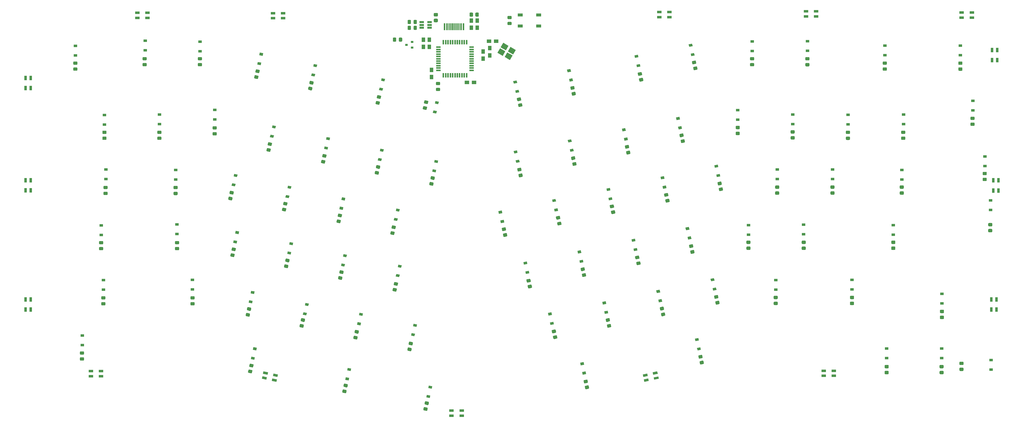
<source format=gbp>
G04 #@! TF.GenerationSoftware,KiCad,Pcbnew,5.1.10*
G04 #@! TF.CreationDate,2021-08-01T15:31:46+12:00*
G04 #@! TF.ProjectId,adelheid,6164656c-6865-4696-942e-6b696361645f,2.0*
G04 #@! TF.SameCoordinates,Original*
G04 #@! TF.FileFunction,Paste,Bot*
G04 #@! TF.FilePolarity,Positive*
%FSLAX46Y46*%
G04 Gerber Fmt 4.6, Leading zero omitted, Abs format (unit mm)*
G04 Created by KiCad (PCBNEW 5.1.10) date 2021-08-01 15:31:46*
%MOMM*%
%LPD*%
G01*
G04 APERTURE LIST*
%ADD10R,1.600000X0.850000*%
%ADD11R,0.850000X1.600000*%
%ADD12C,0.100000*%
%ADD13R,0.300000X2.450000*%
%ADD14R,0.600000X2.450000*%
%ADD15R,0.900000X0.800000*%
%ADD16R,1.200000X0.900000*%
%ADD17R,1.250000X1.500000*%
%ADD18R,1.500000X1.250000*%
%ADD19R,1.700000X1.000000*%
%ADD20R,1.560000X0.650000*%
%ADD21R,0.550000X1.500000*%
%ADD22R,1.500000X0.550000*%
G04 APERTURE END LIST*
D10*
X245900000Y-27799000D03*
X245900000Y-26049000D03*
X249400000Y-27799000D03*
X249400000Y-26049000D03*
X296446000Y-27545000D03*
X296446000Y-25795000D03*
X299946000Y-27545000D03*
X299946000Y-25795000D03*
X350068000Y-27940000D03*
X350068000Y-26190000D03*
X353568000Y-27940000D03*
X353568000Y-26190000D03*
D11*
X360567000Y-39144000D03*
X362317000Y-39144000D03*
X360567000Y-42644000D03*
X362317000Y-42644000D03*
X360962000Y-84130000D03*
X362712000Y-84130000D03*
X360962000Y-87630000D03*
X362712000Y-87630000D03*
X360313000Y-125250000D03*
X362063000Y-125250000D03*
X360313000Y-128750000D03*
X362063000Y-128750000D03*
D10*
X306042000Y-149860000D03*
X306042000Y-151610000D03*
X302542000Y-149860000D03*
X302542000Y-151610000D03*
D12*
G36*
X245186311Y-150106199D02*
G01*
X245363036Y-150937624D01*
X243797999Y-151270283D01*
X243621274Y-150438858D01*
X245186311Y-150106199D01*
G37*
G36*
X245550156Y-151817958D02*
G01*
X245726881Y-152649383D01*
X244161844Y-152982042D01*
X243985119Y-152150617D01*
X245550156Y-151817958D01*
G37*
G36*
X241762794Y-150833890D02*
G01*
X241939519Y-151665315D01*
X240374482Y-151997974D01*
X240197757Y-151166549D01*
X241762794Y-150833890D01*
G37*
G36*
X242126639Y-152545649D02*
G01*
X242303364Y-153377074D01*
X240738327Y-153709733D01*
X240561602Y-152878308D01*
X242126639Y-152545649D01*
G37*
D10*
X177800000Y-163604000D03*
X177800000Y-165354000D03*
X174300000Y-163604000D03*
X174300000Y-165354000D03*
D12*
G36*
X114524562Y-151150583D02*
G01*
X114347837Y-151982008D01*
X112782800Y-151649349D01*
X112959525Y-150817924D01*
X114524562Y-151150583D01*
G37*
G36*
X114160717Y-152862342D02*
G01*
X113983992Y-153693767D01*
X112418955Y-153361108D01*
X112595680Y-152529683D01*
X114160717Y-152862342D01*
G37*
G36*
X111101045Y-150422892D02*
G01*
X110924320Y-151254317D01*
X109359283Y-150921658D01*
X109536008Y-150090233D01*
X111101045Y-150422892D01*
G37*
G36*
X110737200Y-152134651D02*
G01*
X110560475Y-152966076D01*
X108995438Y-152633417D01*
X109172163Y-151801992D01*
X110737200Y-152134651D01*
G37*
D10*
X53566000Y-150001000D03*
X53566000Y-151751000D03*
X50066000Y-150001000D03*
X50066000Y-151751000D03*
D11*
X29323000Y-128750000D03*
X27573000Y-128750000D03*
X29323000Y-125250000D03*
X27573000Y-125250000D03*
X29323000Y-87602000D03*
X27573000Y-87602000D03*
X29323000Y-84102000D03*
X27573000Y-84102000D03*
X29323000Y-52296000D03*
X27573000Y-52296000D03*
X29323000Y-48796000D03*
X27573000Y-48796000D03*
D10*
X66068000Y-28053000D03*
X66068000Y-26303000D03*
X69568000Y-28053000D03*
X69568000Y-26303000D03*
X112776000Y-28166000D03*
X112776000Y-26416000D03*
X116276000Y-28166000D03*
X116276000Y-26416000D03*
G36*
G01*
X168459999Y-28356000D02*
X169360001Y-28356000D01*
G75*
G02*
X169610000Y-28605999I0J-249999D01*
G01*
X169610000Y-29306001D01*
G75*
G02*
X169360001Y-29556000I-249999J0D01*
G01*
X168459999Y-29556000D01*
G75*
G02*
X168210000Y-29306001I0J249999D01*
G01*
X168210000Y-28605999D01*
G75*
G02*
X168459999Y-28356000I249999J0D01*
G01*
G37*
G36*
G01*
X168459999Y-26356000D02*
X169360001Y-26356000D01*
G75*
G02*
X169610000Y-26605999I0J-249999D01*
G01*
X169610000Y-27306001D01*
G75*
G02*
X169360001Y-27556000I-249999J0D01*
G01*
X168459999Y-27556000D01*
G75*
G02*
X168210000Y-27306001I0J249999D01*
G01*
X168210000Y-26605999D01*
G75*
G02*
X168459999Y-26356000I249999J0D01*
G01*
G37*
G36*
G01*
X182518000Y-27374001D02*
X182518000Y-26473999D01*
G75*
G02*
X182767999Y-26224000I249999J0D01*
G01*
X183468001Y-26224000D01*
G75*
G02*
X183718000Y-26473999I0J-249999D01*
G01*
X183718000Y-27374001D01*
G75*
G02*
X183468001Y-27624000I-249999J0D01*
G01*
X182767999Y-27624000D01*
G75*
G02*
X182518000Y-27374001I0J249999D01*
G01*
G37*
G36*
G01*
X180518000Y-27374001D02*
X180518000Y-26473999D01*
G75*
G02*
X180767999Y-26224000I249999J0D01*
G01*
X181468001Y-26224000D01*
G75*
G02*
X181718000Y-26473999I0J-249999D01*
G01*
X181718000Y-27374001D01*
G75*
G02*
X181468001Y-27624000I-249999J0D01*
G01*
X180767999Y-27624000D01*
G75*
G02*
X180518000Y-27374001I0J249999D01*
G01*
G37*
D13*
X176914000Y-31133000D03*
X176414000Y-31133000D03*
X175914000Y-31133000D03*
X175414000Y-31133000D03*
X173414000Y-31133000D03*
X173914000Y-31133000D03*
X174414000Y-31133000D03*
D14*
X177614000Y-31133000D03*
X178414000Y-31133000D03*
X171914000Y-31133000D03*
X172714000Y-31133000D03*
D13*
X174914000Y-31133000D03*
G36*
G01*
X350462001Y-147895000D02*
X349561999Y-147895000D01*
G75*
G02*
X349312000Y-147645001I0J249999D01*
G01*
X349312000Y-146994999D01*
G75*
G02*
X349561999Y-146745000I249999J0D01*
G01*
X350462001Y-146745000D01*
G75*
G02*
X350712000Y-146994999I0J-249999D01*
G01*
X350712000Y-147645001D01*
G75*
G02*
X350462001Y-147895000I-249999J0D01*
G01*
G37*
G36*
G01*
X350462001Y-149945000D02*
X349561999Y-149945000D01*
G75*
G02*
X349312000Y-149695001I0J249999D01*
G01*
X349312000Y-149044999D01*
G75*
G02*
X349561999Y-148795000I249999J0D01*
G01*
X350462001Y-148795000D01*
G75*
G02*
X350712000Y-149044999I0J-249999D01*
G01*
X350712000Y-149695001D01*
G75*
G02*
X350462001Y-149945000I-249999J0D01*
G01*
G37*
G36*
G01*
X360368001Y-100016000D02*
X359467999Y-100016000D01*
G75*
G02*
X359218000Y-99766001I0J249999D01*
G01*
X359218000Y-99115999D01*
G75*
G02*
X359467999Y-98866000I249999J0D01*
G01*
X360368001Y-98866000D01*
G75*
G02*
X360618000Y-99115999I0J-249999D01*
G01*
X360618000Y-99766001D01*
G75*
G02*
X360368001Y-100016000I-249999J0D01*
G01*
G37*
G36*
G01*
X360368001Y-102066000D02*
X359467999Y-102066000D01*
G75*
G02*
X359218000Y-101816001I0J249999D01*
G01*
X359218000Y-101165999D01*
G75*
G02*
X359467999Y-100916000I249999J0D01*
G01*
X360368001Y-100916000D01*
G75*
G02*
X360618000Y-101165999I0J-249999D01*
G01*
X360618000Y-101816001D01*
G75*
G02*
X360368001Y-102066000I-249999J0D01*
G01*
G37*
G36*
G01*
X358463001Y-82345000D02*
X357562999Y-82345000D01*
G75*
G02*
X357313000Y-82095001I0J249999D01*
G01*
X357313000Y-81444999D01*
G75*
G02*
X357562999Y-81195000I249999J0D01*
G01*
X358463001Y-81195000D01*
G75*
G02*
X358713000Y-81444999I0J-249999D01*
G01*
X358713000Y-82095001D01*
G75*
G02*
X358463001Y-82345000I-249999J0D01*
G01*
G37*
G36*
G01*
X358463001Y-84395000D02*
X357562999Y-84395000D01*
G75*
G02*
X357313000Y-84145001I0J249999D01*
G01*
X357313000Y-83494999D01*
G75*
G02*
X357562999Y-83245000I249999J0D01*
G01*
X358463001Y-83245000D01*
G75*
G02*
X358713000Y-83494999I0J-249999D01*
G01*
X358713000Y-84145001D01*
G75*
G02*
X358463001Y-84395000I-249999J0D01*
G01*
G37*
G36*
G01*
X354272001Y-63295000D02*
X353371999Y-63295000D01*
G75*
G02*
X353122000Y-63045001I0J249999D01*
G01*
X353122000Y-62394999D01*
G75*
G02*
X353371999Y-62145000I249999J0D01*
G01*
X354272001Y-62145000D01*
G75*
G02*
X354522000Y-62394999I0J-249999D01*
G01*
X354522000Y-63045001D01*
G75*
G02*
X354272001Y-63295000I-249999J0D01*
G01*
G37*
G36*
G01*
X354272001Y-65345000D02*
X353371999Y-65345000D01*
G75*
G02*
X353122000Y-65095001I0J249999D01*
G01*
X353122000Y-64444999D01*
G75*
G02*
X353371999Y-64195000I249999J0D01*
G01*
X354272001Y-64195000D01*
G75*
G02*
X354522000Y-64444999I0J-249999D01*
G01*
X354522000Y-65095001D01*
G75*
G02*
X354272001Y-65345000I-249999J0D01*
G01*
G37*
G36*
G01*
X330396001Y-68121000D02*
X329495999Y-68121000D01*
G75*
G02*
X329246000Y-67871001I0J249999D01*
G01*
X329246000Y-67220999D01*
G75*
G02*
X329495999Y-66971000I249999J0D01*
G01*
X330396001Y-66971000D01*
G75*
G02*
X330646000Y-67220999I0J-249999D01*
G01*
X330646000Y-67871001D01*
G75*
G02*
X330396001Y-68121000I-249999J0D01*
G01*
G37*
G36*
G01*
X330396001Y-70171000D02*
X329495999Y-70171000D01*
G75*
G02*
X329246000Y-69921001I0J249999D01*
G01*
X329246000Y-69270999D01*
G75*
G02*
X329495999Y-69021000I249999J0D01*
G01*
X330396001Y-69021000D01*
G75*
G02*
X330646000Y-69270999I0J-249999D01*
G01*
X330646000Y-69921001D01*
G75*
G02*
X330396001Y-70171000I-249999J0D01*
G01*
G37*
G36*
G01*
X350081001Y-44263000D02*
X349180999Y-44263000D01*
G75*
G02*
X348931000Y-44013001I0J249999D01*
G01*
X348931000Y-43362999D01*
G75*
G02*
X349180999Y-43113000I249999J0D01*
G01*
X350081001Y-43113000D01*
G75*
G02*
X350331000Y-43362999I0J-249999D01*
G01*
X350331000Y-44013001D01*
G75*
G02*
X350081001Y-44263000I-249999J0D01*
G01*
G37*
G36*
G01*
X350081001Y-46313000D02*
X349180999Y-46313000D01*
G75*
G02*
X348931000Y-46063001I0J249999D01*
G01*
X348931000Y-45412999D01*
G75*
G02*
X349180999Y-45163000I249999J0D01*
G01*
X350081001Y-45163000D01*
G75*
G02*
X350331000Y-45412999I0J-249999D01*
G01*
X350331000Y-46063001D01*
G75*
G02*
X350081001Y-46313000I-249999J0D01*
G01*
G37*
G36*
G01*
X343604001Y-149020000D02*
X342703999Y-149020000D01*
G75*
G02*
X342454000Y-148770001I0J249999D01*
G01*
X342454000Y-148119999D01*
G75*
G02*
X342703999Y-147870000I249999J0D01*
G01*
X343604001Y-147870000D01*
G75*
G02*
X343854000Y-148119999I0J-249999D01*
G01*
X343854000Y-148770001D01*
G75*
G02*
X343604001Y-149020000I-249999J0D01*
G01*
G37*
G36*
G01*
X343604001Y-151070000D02*
X342703999Y-151070000D01*
G75*
G02*
X342454000Y-150820001I0J249999D01*
G01*
X342454000Y-150169999D01*
G75*
G02*
X342703999Y-149920000I249999J0D01*
G01*
X343604001Y-149920000D01*
G75*
G02*
X343854000Y-150169999I0J-249999D01*
G01*
X343854000Y-150820001D01*
G75*
G02*
X343604001Y-151070000I-249999J0D01*
G01*
G37*
G36*
G01*
X343731001Y-129970000D02*
X342830999Y-129970000D01*
G75*
G02*
X342581000Y-129720001I0J249999D01*
G01*
X342581000Y-129069999D01*
G75*
G02*
X342830999Y-128820000I249999J0D01*
G01*
X343731001Y-128820000D01*
G75*
G02*
X343981000Y-129069999I0J-249999D01*
G01*
X343981000Y-129720001D01*
G75*
G02*
X343731001Y-129970000I-249999J0D01*
G01*
G37*
G36*
G01*
X343731001Y-132020000D02*
X342830999Y-132020000D01*
G75*
G02*
X342581000Y-131770001I0J249999D01*
G01*
X342581000Y-131119999D01*
G75*
G02*
X342830999Y-130870000I249999J0D01*
G01*
X343731001Y-130870000D01*
G75*
G02*
X343981000Y-131119999I0J-249999D01*
G01*
X343981000Y-131770001D01*
G75*
G02*
X343731001Y-132020000I-249999J0D01*
G01*
G37*
G36*
G01*
X329888001Y-87044000D02*
X328987999Y-87044000D01*
G75*
G02*
X328738000Y-86794001I0J249999D01*
G01*
X328738000Y-86143999D01*
G75*
G02*
X328987999Y-85894000I249999J0D01*
G01*
X329888001Y-85894000D01*
G75*
G02*
X330138000Y-86143999I0J-249999D01*
G01*
X330138000Y-86794001D01*
G75*
G02*
X329888001Y-87044000I-249999J0D01*
G01*
G37*
G36*
G01*
X329888001Y-89094000D02*
X328987999Y-89094000D01*
G75*
G02*
X328738000Y-88844001I0J249999D01*
G01*
X328738000Y-88193999D01*
G75*
G02*
X328987999Y-87944000I249999J0D01*
G01*
X329888001Y-87944000D01*
G75*
G02*
X330138000Y-88193999I0J-249999D01*
G01*
X330138000Y-88844001D01*
G75*
G02*
X329888001Y-89094000I-249999J0D01*
G01*
G37*
G36*
G01*
X311346001Y-68139000D02*
X310445999Y-68139000D01*
G75*
G02*
X310196000Y-67889001I0J249999D01*
G01*
X310196000Y-67238999D01*
G75*
G02*
X310445999Y-66989000I249999J0D01*
G01*
X311346001Y-66989000D01*
G75*
G02*
X311596000Y-67238999I0J-249999D01*
G01*
X311596000Y-67889001D01*
G75*
G02*
X311346001Y-68139000I-249999J0D01*
G01*
G37*
G36*
G01*
X311346001Y-70189000D02*
X310445999Y-70189000D01*
G75*
G02*
X310196000Y-69939001I0J249999D01*
G01*
X310196000Y-69288999D01*
G75*
G02*
X310445999Y-69039000I249999J0D01*
G01*
X311346001Y-69039000D01*
G75*
G02*
X311596000Y-69288999I0J-249999D01*
G01*
X311596000Y-69939001D01*
G75*
G02*
X311346001Y-70189000I-249999J0D01*
G01*
G37*
G36*
G01*
X324046001Y-44245000D02*
X323145999Y-44245000D01*
G75*
G02*
X322896000Y-43995001I0J249999D01*
G01*
X322896000Y-43344999D01*
G75*
G02*
X323145999Y-43095000I249999J0D01*
G01*
X324046001Y-43095000D01*
G75*
G02*
X324296000Y-43344999I0J-249999D01*
G01*
X324296000Y-43995001D01*
G75*
G02*
X324046001Y-44245000I-249999J0D01*
G01*
G37*
G36*
G01*
X324046001Y-46295000D02*
X323145999Y-46295000D01*
G75*
G02*
X322896000Y-46045001I0J249999D01*
G01*
X322896000Y-45394999D01*
G75*
G02*
X323145999Y-45145000I249999J0D01*
G01*
X324046001Y-45145000D01*
G75*
G02*
X324296000Y-45394999I0J-249999D01*
G01*
X324296000Y-46045001D01*
G75*
G02*
X324046001Y-46295000I-249999J0D01*
G01*
G37*
G36*
G01*
X324681001Y-149020000D02*
X323780999Y-149020000D01*
G75*
G02*
X323531000Y-148770001I0J249999D01*
G01*
X323531000Y-148119999D01*
G75*
G02*
X323780999Y-147870000I249999J0D01*
G01*
X324681001Y-147870000D01*
G75*
G02*
X324931000Y-148119999I0J-249999D01*
G01*
X324931000Y-148770001D01*
G75*
G02*
X324681001Y-149020000I-249999J0D01*
G01*
G37*
G36*
G01*
X324681001Y-151070000D02*
X323780999Y-151070000D01*
G75*
G02*
X323531000Y-150820001I0J249999D01*
G01*
X323531000Y-150169999D01*
G75*
G02*
X323780999Y-149920000I249999J0D01*
G01*
X324681001Y-149920000D01*
G75*
G02*
X324931000Y-150169999I0J-249999D01*
G01*
X324931000Y-150820001D01*
G75*
G02*
X324681001Y-151070000I-249999J0D01*
G01*
G37*
G36*
G01*
X326967001Y-106094000D02*
X326066999Y-106094000D01*
G75*
G02*
X325817000Y-105844001I0J249999D01*
G01*
X325817000Y-105193999D01*
G75*
G02*
X326066999Y-104944000I249999J0D01*
G01*
X326967001Y-104944000D01*
G75*
G02*
X327217000Y-105193999I0J-249999D01*
G01*
X327217000Y-105844001D01*
G75*
G02*
X326967001Y-106094000I-249999J0D01*
G01*
G37*
G36*
G01*
X326967001Y-108144000D02*
X326066999Y-108144000D01*
G75*
G02*
X325817000Y-107894001I0J249999D01*
G01*
X325817000Y-107243999D01*
G75*
G02*
X326066999Y-106994000I249999J0D01*
G01*
X326967001Y-106994000D01*
G75*
G02*
X327217000Y-107243999I0J-249999D01*
G01*
X327217000Y-107894001D01*
G75*
G02*
X326967001Y-108144000I-249999J0D01*
G01*
G37*
G36*
G01*
X306012001Y-87044000D02*
X305111999Y-87044000D01*
G75*
G02*
X304862000Y-86794001I0J249999D01*
G01*
X304862000Y-86143999D01*
G75*
G02*
X305111999Y-85894000I249999J0D01*
G01*
X306012001Y-85894000D01*
G75*
G02*
X306262000Y-86143999I0J-249999D01*
G01*
X306262000Y-86794001D01*
G75*
G02*
X306012001Y-87044000I-249999J0D01*
G01*
G37*
G36*
G01*
X306012001Y-89094000D02*
X305111999Y-89094000D01*
G75*
G02*
X304862000Y-88844001I0J249999D01*
G01*
X304862000Y-88193999D01*
G75*
G02*
X305111999Y-87944000I249999J0D01*
G01*
X306012001Y-87944000D01*
G75*
G02*
X306262000Y-88193999I0J-249999D01*
G01*
X306262000Y-88844001D01*
G75*
G02*
X306012001Y-89094000I-249999J0D01*
G01*
G37*
G36*
G01*
X292296001Y-67994000D02*
X291395999Y-67994000D01*
G75*
G02*
X291146000Y-67744001I0J249999D01*
G01*
X291146000Y-67093999D01*
G75*
G02*
X291395999Y-66844000I249999J0D01*
G01*
X292296001Y-66844000D01*
G75*
G02*
X292546000Y-67093999I0J-249999D01*
G01*
X292546000Y-67744001D01*
G75*
G02*
X292296001Y-67994000I-249999J0D01*
G01*
G37*
G36*
G01*
X292296001Y-70044000D02*
X291395999Y-70044000D01*
G75*
G02*
X291146000Y-69794001I0J249999D01*
G01*
X291146000Y-69143999D01*
G75*
G02*
X291395999Y-68894000I249999J0D01*
G01*
X292296001Y-68894000D01*
G75*
G02*
X292546000Y-69143999I0J-249999D01*
G01*
X292546000Y-69794001D01*
G75*
G02*
X292296001Y-70044000I-249999J0D01*
G01*
G37*
G36*
G01*
X297376001Y-42739000D02*
X296475999Y-42739000D01*
G75*
G02*
X296226000Y-42489001I0J249999D01*
G01*
X296226000Y-41838999D01*
G75*
G02*
X296475999Y-41589000I249999J0D01*
G01*
X297376001Y-41589000D01*
G75*
G02*
X297626000Y-41838999I0J-249999D01*
G01*
X297626000Y-42489001D01*
G75*
G02*
X297376001Y-42739000I-249999J0D01*
G01*
G37*
G36*
G01*
X297376001Y-44789000D02*
X296475999Y-44789000D01*
G75*
G02*
X296226000Y-44539001I0J249999D01*
G01*
X296226000Y-43888999D01*
G75*
G02*
X296475999Y-43639000I249999J0D01*
G01*
X297376001Y-43639000D01*
G75*
G02*
X297626000Y-43888999I0J-249999D01*
G01*
X297626000Y-44539001D01*
G75*
G02*
X297376001Y-44789000I-249999J0D01*
G01*
G37*
G36*
G01*
X312743001Y-125144000D02*
X311842999Y-125144000D01*
G75*
G02*
X311593000Y-124894001I0J249999D01*
G01*
X311593000Y-124243999D01*
G75*
G02*
X311842999Y-123994000I249999J0D01*
G01*
X312743001Y-123994000D01*
G75*
G02*
X312993000Y-124243999I0J-249999D01*
G01*
X312993000Y-124894001D01*
G75*
G02*
X312743001Y-125144000I-249999J0D01*
G01*
G37*
G36*
G01*
X312743001Y-127194000D02*
X311842999Y-127194000D01*
G75*
G02*
X311593000Y-126944001I0J249999D01*
G01*
X311593000Y-126293999D01*
G75*
G02*
X311842999Y-126044000I249999J0D01*
G01*
X312743001Y-126044000D01*
G75*
G02*
X312993000Y-126293999I0J-249999D01*
G01*
X312993000Y-126944001D01*
G75*
G02*
X312743001Y-127194000I-249999J0D01*
G01*
G37*
G36*
G01*
X296106001Y-106103000D02*
X295205999Y-106103000D01*
G75*
G02*
X294956000Y-105853001I0J249999D01*
G01*
X294956000Y-105202999D01*
G75*
G02*
X295205999Y-104953000I249999J0D01*
G01*
X296106001Y-104953000D01*
G75*
G02*
X296356000Y-105202999I0J-249999D01*
G01*
X296356000Y-105853001D01*
G75*
G02*
X296106001Y-106103000I-249999J0D01*
G01*
G37*
G36*
G01*
X296106001Y-108153000D02*
X295205999Y-108153000D01*
G75*
G02*
X294956000Y-107903001I0J249999D01*
G01*
X294956000Y-107252999D01*
G75*
G02*
X295205999Y-107003000I249999J0D01*
G01*
X296106001Y-107003000D01*
G75*
G02*
X296356000Y-107252999I0J-249999D01*
G01*
X296356000Y-107903001D01*
G75*
G02*
X296106001Y-108153000I-249999J0D01*
G01*
G37*
G36*
G01*
X286962001Y-87062000D02*
X286061999Y-87062000D01*
G75*
G02*
X285812000Y-86812001I0J249999D01*
G01*
X285812000Y-86161999D01*
G75*
G02*
X286061999Y-85912000I249999J0D01*
G01*
X286962001Y-85912000D01*
G75*
G02*
X287212000Y-86161999I0J-249999D01*
G01*
X287212000Y-86812001D01*
G75*
G02*
X286962001Y-87062000I-249999J0D01*
G01*
G37*
G36*
G01*
X286962001Y-89112000D02*
X286061999Y-89112000D01*
G75*
G02*
X285812000Y-88862001I0J249999D01*
G01*
X285812000Y-88211999D01*
G75*
G02*
X286061999Y-87962000I249999J0D01*
G01*
X286962001Y-87962000D01*
G75*
G02*
X287212000Y-88211999I0J-249999D01*
G01*
X287212000Y-88862001D01*
G75*
G02*
X286962001Y-89112000I-249999J0D01*
G01*
G37*
G36*
G01*
X273373001Y-66470000D02*
X272472999Y-66470000D01*
G75*
G02*
X272223000Y-66220001I0J249999D01*
G01*
X272223000Y-65569999D01*
G75*
G02*
X272472999Y-65320000I249999J0D01*
G01*
X273373001Y-65320000D01*
G75*
G02*
X273623000Y-65569999I0J-249999D01*
G01*
X273623000Y-66220001D01*
G75*
G02*
X273373001Y-66470000I-249999J0D01*
G01*
G37*
G36*
G01*
X273373001Y-68520000D02*
X272472999Y-68520000D01*
G75*
G02*
X272223000Y-68270001I0J249999D01*
G01*
X272223000Y-67619999D01*
G75*
G02*
X272472999Y-67370000I249999J0D01*
G01*
X273373001Y-67370000D01*
G75*
G02*
X273623000Y-67619999I0J-249999D01*
G01*
X273623000Y-68270001D01*
G75*
G02*
X273373001Y-68520000I-249999J0D01*
G01*
G37*
G36*
G01*
X278326001Y-42730000D02*
X277425999Y-42730000D01*
G75*
G02*
X277176000Y-42480001I0J249999D01*
G01*
X277176000Y-41829999D01*
G75*
G02*
X277425999Y-41580000I249999J0D01*
G01*
X278326001Y-41580000D01*
G75*
G02*
X278576000Y-41829999I0J-249999D01*
G01*
X278576000Y-42480001D01*
G75*
G02*
X278326001Y-42730000I-249999J0D01*
G01*
G37*
G36*
G01*
X278326001Y-44780000D02*
X277425999Y-44780000D01*
G75*
G02*
X277176000Y-44530001I0J249999D01*
G01*
X277176000Y-43879999D01*
G75*
G02*
X277425999Y-43630000I249999J0D01*
G01*
X278326001Y-43630000D01*
G75*
G02*
X278576000Y-43879999I0J-249999D01*
G01*
X278576000Y-44530001D01*
G75*
G02*
X278326001Y-44780000I-249999J0D01*
G01*
G37*
G36*
G01*
X286454001Y-125144000D02*
X285553999Y-125144000D01*
G75*
G02*
X285304000Y-124894001I0J249999D01*
G01*
X285304000Y-124243999D01*
G75*
G02*
X285553999Y-123994000I249999J0D01*
G01*
X286454001Y-123994000D01*
G75*
G02*
X286704000Y-124243999I0J-249999D01*
G01*
X286704000Y-124894001D01*
G75*
G02*
X286454001Y-125144000I-249999J0D01*
G01*
G37*
G36*
G01*
X286454001Y-127194000D02*
X285553999Y-127194000D01*
G75*
G02*
X285304000Y-126944001I0J249999D01*
G01*
X285304000Y-126293999D01*
G75*
G02*
X285553999Y-126044000I249999J0D01*
G01*
X286454001Y-126044000D01*
G75*
G02*
X286704000Y-126293999I0J-249999D01*
G01*
X286704000Y-126944001D01*
G75*
G02*
X286454001Y-127194000I-249999J0D01*
G01*
G37*
G36*
G01*
X277056001Y-106094000D02*
X276155999Y-106094000D01*
G75*
G02*
X275906000Y-105844001I0J249999D01*
G01*
X275906000Y-105193999D01*
G75*
G02*
X276155999Y-104944000I249999J0D01*
G01*
X277056001Y-104944000D01*
G75*
G02*
X277306000Y-105193999I0J-249999D01*
G01*
X277306000Y-105844001D01*
G75*
G02*
X277056001Y-106094000I-249999J0D01*
G01*
G37*
G36*
G01*
X277056001Y-108144000D02*
X276155999Y-108144000D01*
G75*
G02*
X275906000Y-107894001I0J249999D01*
G01*
X275906000Y-107243999D01*
G75*
G02*
X276155999Y-106994000I249999J0D01*
G01*
X277056001Y-106994000D01*
G75*
G02*
X277306000Y-107243999I0J-249999D01*
G01*
X277306000Y-107894001D01*
G75*
G02*
X277056001Y-108144000I-249999J0D01*
G01*
G37*
G36*
G01*
X267259717Y-85685874D02*
X266379382Y-85872995D01*
G75*
G02*
X266082868Y-85680437I-51978J244536D01*
G01*
X265947725Y-85044640D01*
G75*
G02*
X266140283Y-84748126I244536J51978D01*
G01*
X267020618Y-84561005D01*
G75*
G02*
X267317132Y-84753563I51978J-244536D01*
G01*
X267452275Y-85389360D01*
G75*
G02*
X267259717Y-85685874I-244536J-51978D01*
G01*
G37*
G36*
G01*
X267685935Y-87691076D02*
X266805600Y-87878197D01*
G75*
G02*
X266509086Y-87685639I-51978J244536D01*
G01*
X266373943Y-87049842D01*
G75*
G02*
X266566501Y-86753328I244536J51978D01*
G01*
X267446836Y-86566207D01*
G75*
G02*
X267743350Y-86758765I51978J-244536D01*
G01*
X267878493Y-87394562D01*
G75*
G02*
X267685935Y-87691076I-244536J-51978D01*
G01*
G37*
G36*
G01*
X254133499Y-69075672D02*
X253253164Y-69262793D01*
G75*
G02*
X252956650Y-69070235I-51978J244536D01*
G01*
X252821507Y-68434438D01*
G75*
G02*
X253014065Y-68137924I244536J51978D01*
G01*
X253894400Y-67950803D01*
G75*
G02*
X254190914Y-68143361I51978J-244536D01*
G01*
X254326057Y-68779158D01*
G75*
G02*
X254133499Y-69075672I-244536J-51978D01*
G01*
G37*
G36*
G01*
X254559717Y-71080874D02*
X253679382Y-71267995D01*
G75*
G02*
X253382868Y-71075437I-51978J244536D01*
G01*
X253247725Y-70439640D01*
G75*
G02*
X253440283Y-70143126I244536J51978D01*
G01*
X254320618Y-69956005D01*
G75*
G02*
X254617132Y-70148563I51978J-244536D01*
G01*
X254752275Y-70784360D01*
G75*
G02*
X254559717Y-71080874I-244536J-51978D01*
G01*
G37*
G36*
G01*
X258451499Y-43916273D02*
X257571164Y-44103394D01*
G75*
G02*
X257274650Y-43910836I-51978J244536D01*
G01*
X257139507Y-43275039D01*
G75*
G02*
X257332065Y-42978525I244536J51978D01*
G01*
X258212400Y-42791404D01*
G75*
G02*
X258508914Y-42983962I51978J-244536D01*
G01*
X258644057Y-43619759D01*
G75*
G02*
X258451499Y-43916273I-244536J-51978D01*
G01*
G37*
G36*
G01*
X258877717Y-45921475D02*
X257997382Y-46108596D01*
G75*
G02*
X257700868Y-45916038I-51978J244536D01*
G01*
X257565725Y-45280241D01*
G75*
G02*
X257758283Y-44983727I244536J51978D01*
G01*
X258638618Y-44796606D01*
G75*
G02*
X258935132Y-44989164I51978J-244536D01*
G01*
X259070275Y-45624961D01*
G75*
G02*
X258877717Y-45921475I-244536J-51978D01*
G01*
G37*
G36*
G01*
X260655717Y-145502874D02*
X259775382Y-145689995D01*
G75*
G02*
X259478868Y-145497437I-51978J244536D01*
G01*
X259343725Y-144861640D01*
G75*
G02*
X259536283Y-144565126I244536J51978D01*
G01*
X260416618Y-144378005D01*
G75*
G02*
X260713132Y-144570563I51978J-244536D01*
G01*
X260848275Y-145206360D01*
G75*
G02*
X260655717Y-145502874I-244536J-51978D01*
G01*
G37*
G36*
G01*
X261081935Y-147508076D02*
X260201600Y-147695197D01*
G75*
G02*
X259905086Y-147502639I-51978J244536D01*
G01*
X259769943Y-146866842D01*
G75*
G02*
X259962501Y-146570328I244536J51978D01*
G01*
X260842836Y-146383207D01*
G75*
G02*
X261139350Y-146575765I51978J-244536D01*
G01*
X261274493Y-147211562D01*
G75*
G02*
X261081935Y-147508076I-244536J-51978D01*
G01*
G37*
G36*
G01*
X266071499Y-124828672D02*
X265191164Y-125015793D01*
G75*
G02*
X264894650Y-124823235I-51978J244536D01*
G01*
X264759507Y-124187438D01*
G75*
G02*
X264952065Y-123890924I244536J51978D01*
G01*
X265832400Y-123703803D01*
G75*
G02*
X266128914Y-123896361I51978J-244536D01*
G01*
X266264057Y-124532158D01*
G75*
G02*
X266071499Y-124828672I-244536J-51978D01*
G01*
G37*
G36*
G01*
X266497717Y-126833874D02*
X265617382Y-127020995D01*
G75*
G02*
X265320868Y-126828437I-51978J244536D01*
G01*
X265185725Y-126192640D01*
G75*
G02*
X265378283Y-125896126I244536J51978D01*
G01*
X266258618Y-125709005D01*
G75*
G02*
X266555132Y-125901563I51978J-244536D01*
G01*
X266690275Y-126537360D01*
G75*
G02*
X266497717Y-126833874I-244536J-51978D01*
G01*
G37*
G36*
G01*
X257435499Y-107302672D02*
X256555164Y-107489793D01*
G75*
G02*
X256258650Y-107297235I-51978J244536D01*
G01*
X256123507Y-106661438D01*
G75*
G02*
X256316065Y-106364924I244536J51978D01*
G01*
X257196400Y-106177803D01*
G75*
G02*
X257492914Y-106370361I51978J-244536D01*
G01*
X257628057Y-107006158D01*
G75*
G02*
X257435499Y-107302672I-244536J-51978D01*
G01*
G37*
G36*
G01*
X257861717Y-109307874D02*
X256981382Y-109494995D01*
G75*
G02*
X256684868Y-109302437I-51978J244536D01*
G01*
X256549725Y-108666640D01*
G75*
G02*
X256742283Y-108370126I244536J51978D01*
G01*
X257622618Y-108183005D01*
G75*
G02*
X257919132Y-108375563I51978J-244536D01*
G01*
X258054275Y-109011360D01*
G75*
G02*
X257861717Y-109307874I-244536J-51978D01*
G01*
G37*
G36*
G01*
X248844717Y-89622874D02*
X247964382Y-89809995D01*
G75*
G02*
X247667868Y-89617437I-51978J244536D01*
G01*
X247532725Y-88981640D01*
G75*
G02*
X247725283Y-88685126I244536J51978D01*
G01*
X248605618Y-88498005D01*
G75*
G02*
X248902132Y-88690563I51978J-244536D01*
G01*
X249037275Y-89326360D01*
G75*
G02*
X248844717Y-89622874I-244536J-51978D01*
G01*
G37*
G36*
G01*
X249270935Y-91628076D02*
X248390600Y-91815197D01*
G75*
G02*
X248094086Y-91622639I-51978J244536D01*
G01*
X247958943Y-90986842D01*
G75*
G02*
X248151501Y-90690328I244536J51978D01*
G01*
X249031836Y-90503207D01*
G75*
G02*
X249328350Y-90695765I51978J-244536D01*
G01*
X249463493Y-91331562D01*
G75*
G02*
X249270935Y-91628076I-244536J-51978D01*
G01*
G37*
G36*
G01*
X235337499Y-73012672D02*
X234457164Y-73199793D01*
G75*
G02*
X234160650Y-73007235I-51978J244536D01*
G01*
X234025507Y-72371438D01*
G75*
G02*
X234218065Y-72074924I244536J51978D01*
G01*
X235098400Y-71887803D01*
G75*
G02*
X235394914Y-72080361I51978J-244536D01*
G01*
X235530057Y-72716158D01*
G75*
G02*
X235337499Y-73012672I-244536J-51978D01*
G01*
G37*
G36*
G01*
X235763717Y-75017874D02*
X234883382Y-75204995D01*
G75*
G02*
X234586868Y-75012437I-51978J244536D01*
G01*
X234451725Y-74376640D01*
G75*
G02*
X234644283Y-74080126I244536J51978D01*
G01*
X235524618Y-73893005D01*
G75*
G02*
X235821132Y-74085563I51978J-244536D01*
G01*
X235956275Y-74721360D01*
G75*
G02*
X235763717Y-75017874I-244536J-51978D01*
G01*
G37*
G36*
G01*
X239782499Y-47866672D02*
X238902164Y-48053793D01*
G75*
G02*
X238605650Y-47861235I-51978J244536D01*
G01*
X238470507Y-47225438D01*
G75*
G02*
X238663065Y-46928924I244536J51978D01*
G01*
X239543400Y-46741803D01*
G75*
G02*
X239839914Y-46934361I51978J-244536D01*
G01*
X239975057Y-47570158D01*
G75*
G02*
X239782499Y-47866672I-244536J-51978D01*
G01*
G37*
G36*
G01*
X240208717Y-49871874D02*
X239328382Y-50058995D01*
G75*
G02*
X239031868Y-49866437I-51978J244536D01*
G01*
X238896725Y-49230640D01*
G75*
G02*
X239089283Y-48934126I244536J51978D01*
G01*
X239969618Y-48747005D01*
G75*
G02*
X240266132Y-48939563I51978J-244536D01*
G01*
X240401275Y-49575360D01*
G75*
G02*
X240208717Y-49871874I-244536J-51978D01*
G01*
G37*
G36*
G01*
X247361608Y-128879273D02*
X246481273Y-129066394D01*
G75*
G02*
X246184759Y-128873836I-51978J244536D01*
G01*
X246049616Y-128238039D01*
G75*
G02*
X246242174Y-127941525I244536J51978D01*
G01*
X247122509Y-127754404D01*
G75*
G02*
X247419023Y-127946962I51978J-244536D01*
G01*
X247554166Y-128582759D01*
G75*
G02*
X247361608Y-128879273I-244536J-51978D01*
G01*
G37*
G36*
G01*
X247787826Y-130884475D02*
X246907491Y-131071596D01*
G75*
G02*
X246610977Y-130879038I-51978J244536D01*
G01*
X246475834Y-130243241D01*
G75*
G02*
X246668392Y-129946727I244536J51978D01*
G01*
X247548727Y-129759606D01*
G75*
G02*
X247845241Y-129952164I51978J-244536D01*
G01*
X247980384Y-130587961D01*
G75*
G02*
X247787826Y-130884475I-244536J-51978D01*
G01*
G37*
G36*
G01*
X238852608Y-111226273D02*
X237972273Y-111413394D01*
G75*
G02*
X237675759Y-111220836I-51978J244536D01*
G01*
X237540616Y-110585039D01*
G75*
G02*
X237733174Y-110288525I244536J51978D01*
G01*
X238613509Y-110101404D01*
G75*
G02*
X238910023Y-110293962I51978J-244536D01*
G01*
X239045166Y-110929759D01*
G75*
G02*
X238852608Y-111226273I-244536J-51978D01*
G01*
G37*
G36*
G01*
X239278826Y-113231475D02*
X238398491Y-113418596D01*
G75*
G02*
X238101977Y-113226038I-51978J244536D01*
G01*
X237966834Y-112590241D01*
G75*
G02*
X238159392Y-112293727I244536J51978D01*
G01*
X239039727Y-112106606D01*
G75*
G02*
X239336241Y-112299164I51978J-244536D01*
G01*
X239471384Y-112934961D01*
G75*
G02*
X239278826Y-113231475I-244536J-51978D01*
G01*
G37*
G36*
G01*
X230130499Y-93586672D02*
X229250164Y-93773793D01*
G75*
G02*
X228953650Y-93581235I-51978J244536D01*
G01*
X228818507Y-92945438D01*
G75*
G02*
X229011065Y-92648924I244536J51978D01*
G01*
X229891400Y-92461803D01*
G75*
G02*
X230187914Y-92654361I51978J-244536D01*
G01*
X230323057Y-93290158D01*
G75*
G02*
X230130499Y-93586672I-244536J-51978D01*
G01*
G37*
G36*
G01*
X230556717Y-95591874D02*
X229676382Y-95778995D01*
G75*
G02*
X229379868Y-95586437I-51978J244536D01*
G01*
X229244725Y-94950640D01*
G75*
G02*
X229437283Y-94654126I244536J51978D01*
G01*
X230317618Y-94467005D01*
G75*
G02*
X230614132Y-94659563I51978J-244536D01*
G01*
X230749275Y-95295360D01*
G75*
G02*
X230556717Y-95591874I-244536J-51978D01*
G01*
G37*
G36*
G01*
X216795499Y-76949672D02*
X215915164Y-77136793D01*
G75*
G02*
X215618650Y-76944235I-51978J244536D01*
G01*
X215483507Y-76308438D01*
G75*
G02*
X215676065Y-76011924I244536J51978D01*
G01*
X216556400Y-75824803D01*
G75*
G02*
X216852914Y-76017361I51978J-244536D01*
G01*
X216988057Y-76653158D01*
G75*
G02*
X216795499Y-76949672I-244536J-51978D01*
G01*
G37*
G36*
G01*
X217221717Y-78954874D02*
X216341382Y-79141995D01*
G75*
G02*
X216044868Y-78949437I-51978J244536D01*
G01*
X215909725Y-78313640D01*
G75*
G02*
X216102283Y-78017126I244536J51978D01*
G01*
X216982618Y-77830005D01*
G75*
G02*
X217279132Y-78022563I51978J-244536D01*
G01*
X217414275Y-78658360D01*
G75*
G02*
X217221717Y-78954874I-244536J-51978D01*
G01*
G37*
G36*
G01*
X216541499Y-52692672D02*
X215661164Y-52879793D01*
G75*
G02*
X215364650Y-52687235I-51978J244536D01*
G01*
X215229507Y-52051438D01*
G75*
G02*
X215422065Y-51754924I244536J51978D01*
G01*
X216302400Y-51567803D01*
G75*
G02*
X216598914Y-51760361I51978J-244536D01*
G01*
X216734057Y-52396158D01*
G75*
G02*
X216541499Y-52692672I-244536J-51978D01*
G01*
G37*
G36*
G01*
X216967717Y-54697874D02*
X216087382Y-54884995D01*
G75*
G02*
X215790868Y-54692437I-51978J244536D01*
G01*
X215655725Y-54056640D01*
G75*
G02*
X215848283Y-53760126I244536J51978D01*
G01*
X216728618Y-53573005D01*
G75*
G02*
X217025132Y-53765563I51978J-244536D01*
G01*
X217160275Y-54401360D01*
G75*
G02*
X216967717Y-54697874I-244536J-51978D01*
G01*
G37*
G36*
G01*
X221113499Y-154038672D02*
X220233164Y-154225793D01*
G75*
G02*
X219936650Y-154033235I-51978J244536D01*
G01*
X219801507Y-153397438D01*
G75*
G02*
X219994065Y-153100924I244536J51978D01*
G01*
X220874400Y-152913803D01*
G75*
G02*
X221170914Y-153106361I51978J-244536D01*
G01*
X221306057Y-153742158D01*
G75*
G02*
X221113499Y-154038672I-244536J-51978D01*
G01*
G37*
G36*
G01*
X221539717Y-156043874D02*
X220659382Y-156230995D01*
G75*
G02*
X220362868Y-156038437I-51978J244536D01*
G01*
X220227725Y-155402640D01*
G75*
G02*
X220420283Y-155106126I244536J51978D01*
G01*
X221300618Y-154919005D01*
G75*
G02*
X221597132Y-155111563I51978J-244536D01*
G01*
X221732275Y-155747360D01*
G75*
G02*
X221539717Y-156043874I-244536J-51978D01*
G01*
G37*
G36*
G01*
X228733499Y-132829672D02*
X227853164Y-133016793D01*
G75*
G02*
X227556650Y-132824235I-51978J244536D01*
G01*
X227421507Y-132188438D01*
G75*
G02*
X227614065Y-131891924I244536J51978D01*
G01*
X228494400Y-131704803D01*
G75*
G02*
X228790914Y-131897361I51978J-244536D01*
G01*
X228926057Y-132533158D01*
G75*
G02*
X228733499Y-132829672I-244536J-51978D01*
G01*
G37*
G36*
G01*
X229159717Y-134834874D02*
X228279382Y-135021995D01*
G75*
G02*
X227982868Y-134829437I-51978J244536D01*
G01*
X227847725Y-134193640D01*
G75*
G02*
X228040283Y-133897126I244536J51978D01*
G01*
X228920618Y-133710005D01*
G75*
G02*
X229217132Y-133902563I51978J-244536D01*
G01*
X229352275Y-134538360D01*
G75*
G02*
X229159717Y-134834874I-244536J-51978D01*
G01*
G37*
G36*
G01*
X220097499Y-115303672D02*
X219217164Y-115490793D01*
G75*
G02*
X218920650Y-115298235I-51978J244536D01*
G01*
X218785507Y-114662438D01*
G75*
G02*
X218978065Y-114365924I244536J51978D01*
G01*
X219858400Y-114178803D01*
G75*
G02*
X220154914Y-114371361I51978J-244536D01*
G01*
X220290057Y-115007158D01*
G75*
G02*
X220097499Y-115303672I-244536J-51978D01*
G01*
G37*
G36*
G01*
X220523717Y-117308874D02*
X219643382Y-117495995D01*
G75*
G02*
X219346868Y-117303437I-51978J244536D01*
G01*
X219211725Y-116667640D01*
G75*
G02*
X219404283Y-116371126I244536J51978D01*
G01*
X220284618Y-116184005D01*
G75*
G02*
X220581132Y-116376563I51978J-244536D01*
G01*
X220716275Y-117012360D01*
G75*
G02*
X220523717Y-117308874I-244536J-51978D01*
G01*
G37*
G36*
G01*
X211588499Y-97523672D02*
X210708164Y-97710793D01*
G75*
G02*
X210411650Y-97518235I-51978J244536D01*
G01*
X210276507Y-96882438D01*
G75*
G02*
X210469065Y-96585924I244536J51978D01*
G01*
X211349400Y-96398803D01*
G75*
G02*
X211645914Y-96591361I51978J-244536D01*
G01*
X211781057Y-97227158D01*
G75*
G02*
X211588499Y-97523672I-244536J-51978D01*
G01*
G37*
G36*
G01*
X212014717Y-99528874D02*
X211134382Y-99715995D01*
G75*
G02*
X210837868Y-99523437I-51978J244536D01*
G01*
X210702725Y-98887640D01*
G75*
G02*
X210895283Y-98591126I244536J51978D01*
G01*
X211775618Y-98404005D01*
G75*
G02*
X212072132Y-98596563I51978J-244536D01*
G01*
X212207275Y-99232360D01*
G75*
G02*
X212014717Y-99528874I-244536J-51978D01*
G01*
G37*
G36*
G01*
X198253499Y-80886672D02*
X197373164Y-81073793D01*
G75*
G02*
X197076650Y-80881235I-51978J244536D01*
G01*
X196941507Y-80245438D01*
G75*
G02*
X197134065Y-79948924I244536J51978D01*
G01*
X198014400Y-79761803D01*
G75*
G02*
X198310914Y-79954361I51978J-244536D01*
G01*
X198446057Y-80590158D01*
G75*
G02*
X198253499Y-80886672I-244536J-51978D01*
G01*
G37*
G36*
G01*
X198679717Y-82891874D02*
X197799382Y-83078995D01*
G75*
G02*
X197502868Y-82886437I-51978J244536D01*
G01*
X197367725Y-82250640D01*
G75*
G02*
X197560283Y-81954126I244536J51978D01*
G01*
X198440618Y-81767005D01*
G75*
G02*
X198737132Y-81959563I51978J-244536D01*
G01*
X198872275Y-82595360D01*
G75*
G02*
X198679717Y-82891874I-244536J-51978D01*
G01*
G37*
G36*
G01*
X198126499Y-56629672D02*
X197246164Y-56816793D01*
G75*
G02*
X196949650Y-56624235I-51978J244536D01*
G01*
X196814507Y-55988438D01*
G75*
G02*
X197007065Y-55691924I244536J51978D01*
G01*
X197887400Y-55504803D01*
G75*
G02*
X198183914Y-55697361I51978J-244536D01*
G01*
X198319057Y-56333158D01*
G75*
G02*
X198126499Y-56629672I-244536J-51978D01*
G01*
G37*
G36*
G01*
X198552717Y-58634874D02*
X197672382Y-58821995D01*
G75*
G02*
X197375868Y-58629437I-51978J244536D01*
G01*
X197240725Y-57993640D01*
G75*
G02*
X197433283Y-57697126I244536J51978D01*
G01*
X198313618Y-57510005D01*
G75*
G02*
X198610132Y-57702563I51978J-244536D01*
G01*
X198745275Y-58338360D01*
G75*
G02*
X198552717Y-58634874I-244536J-51978D01*
G01*
G37*
G36*
G01*
X210150608Y-136753273D02*
X209270273Y-136940394D01*
G75*
G02*
X208973759Y-136747836I-51978J244536D01*
G01*
X208838616Y-136112039D01*
G75*
G02*
X209031174Y-135815525I244536J51978D01*
G01*
X209911509Y-135628404D01*
G75*
G02*
X210208023Y-135820962I51978J-244536D01*
G01*
X210343166Y-136456759D01*
G75*
G02*
X210150608Y-136753273I-244536J-51978D01*
G01*
G37*
G36*
G01*
X210576826Y-138758475D02*
X209696491Y-138945596D01*
G75*
G02*
X209399977Y-138753038I-51978J244536D01*
G01*
X209264834Y-138117241D01*
G75*
G02*
X209457392Y-137820727I244536J51978D01*
G01*
X210337727Y-137633606D01*
G75*
G02*
X210634241Y-137826164I51978J-244536D01*
G01*
X210769384Y-138461961D01*
G75*
G02*
X210576826Y-138758475I-244536J-51978D01*
G01*
G37*
G36*
G01*
X201428499Y-119240672D02*
X200548164Y-119427793D01*
G75*
G02*
X200251650Y-119235235I-51978J244536D01*
G01*
X200116507Y-118599438D01*
G75*
G02*
X200309065Y-118302924I244536J51978D01*
G01*
X201189400Y-118115803D01*
G75*
G02*
X201485914Y-118308361I51978J-244536D01*
G01*
X201621057Y-118944158D01*
G75*
G02*
X201428499Y-119240672I-244536J-51978D01*
G01*
G37*
G36*
G01*
X201854717Y-121245874D02*
X200974382Y-121432995D01*
G75*
G02*
X200677868Y-121240437I-51978J244536D01*
G01*
X200542725Y-120604640D01*
G75*
G02*
X200735283Y-120308126I244536J51978D01*
G01*
X201615618Y-120121005D01*
G75*
G02*
X201912132Y-120313563I51978J-244536D01*
G01*
X202047275Y-120949360D01*
G75*
G02*
X201854717Y-121245874I-244536J-51978D01*
G01*
G37*
G36*
G01*
X192919499Y-101460672D02*
X192039164Y-101647793D01*
G75*
G02*
X191742650Y-101455235I-51978J244536D01*
G01*
X191607507Y-100819438D01*
G75*
G02*
X191800065Y-100522924I244536J51978D01*
G01*
X192680400Y-100335803D01*
G75*
G02*
X192976914Y-100528361I51978J-244536D01*
G01*
X193112057Y-101164158D01*
G75*
G02*
X192919499Y-101460672I-244536J-51978D01*
G01*
G37*
G36*
G01*
X193345717Y-103465874D02*
X192465382Y-103652995D01*
G75*
G02*
X192168868Y-103460437I-51978J244536D01*
G01*
X192033725Y-102824640D01*
G75*
G02*
X192226283Y-102528126I244536J51978D01*
G01*
X193106618Y-102341005D01*
G75*
G02*
X193403132Y-102533563I51978J-244536D01*
G01*
X193538275Y-103169360D01*
G75*
G02*
X193345717Y-103465874I-244536J-51978D01*
G01*
G37*
G36*
G01*
X168132836Y-83994793D02*
X167252501Y-83807672D01*
G75*
G02*
X167059943Y-83511158I51978J244536D01*
G01*
X167195086Y-82875361D01*
G75*
G02*
X167491600Y-82682803I244536J-51978D01*
G01*
X168371935Y-82869924D01*
G75*
G02*
X168564493Y-83166438I-51978J-244536D01*
G01*
X168429350Y-83802235D01*
G75*
G02*
X168132836Y-83994793I-244536J51978D01*
G01*
G37*
G36*
G01*
X167706618Y-85999995D02*
X166826283Y-85812874D01*
G75*
G02*
X166633725Y-85516360I51978J244536D01*
G01*
X166768868Y-84880563D01*
G75*
G02*
X167065382Y-84688005I244536J-51978D01*
G01*
X167945717Y-84875126D01*
G75*
G02*
X168138275Y-85171640I-51978J-244536D01*
G01*
X168003132Y-85807437D01*
G75*
G02*
X167706618Y-85999995I-244536J51978D01*
G01*
G37*
G36*
G01*
X165887727Y-57819394D02*
X165007392Y-57632273D01*
G75*
G02*
X164814834Y-57335759I51978J244536D01*
G01*
X164949977Y-56699962D01*
G75*
G02*
X165246491Y-56507404I244536J-51978D01*
G01*
X166126826Y-56694525D01*
G75*
G02*
X166319384Y-56991039I-51978J-244536D01*
G01*
X166184241Y-57626836D01*
G75*
G02*
X165887727Y-57819394I-244536J51978D01*
G01*
G37*
G36*
G01*
X165461509Y-59824596D02*
X164581174Y-59637475D01*
G75*
G02*
X164388616Y-59340961I51978J244536D01*
G01*
X164523759Y-58705164D01*
G75*
G02*
X164820273Y-58512606I244536J-51978D01*
G01*
X165700608Y-58699727D01*
G75*
G02*
X165893166Y-58996241I-51978J-244536D01*
G01*
X165758023Y-59632038D01*
G75*
G02*
X165461509Y-59824596I-244536J51978D01*
G01*
G37*
G36*
G01*
X166100836Y-161718793D02*
X165220501Y-161531672D01*
G75*
G02*
X165027943Y-161235158I51978J244536D01*
G01*
X165163086Y-160599361D01*
G75*
G02*
X165459600Y-160406803I244536J-51978D01*
G01*
X166339935Y-160593924D01*
G75*
G02*
X166532493Y-160890438I-51978J-244536D01*
G01*
X166397350Y-161526235D01*
G75*
G02*
X166100836Y-161718793I-244536J51978D01*
G01*
G37*
G36*
G01*
X165674618Y-163723995D02*
X164794283Y-163536874D01*
G75*
G02*
X164601725Y-163240360I51978J244536D01*
G01*
X164736868Y-162604563D01*
G75*
G02*
X165033382Y-162412005I244536J-51978D01*
G01*
X165913717Y-162599126D01*
G75*
G02*
X166106275Y-162895640I-51978J-244536D01*
G01*
X165971132Y-163531437D01*
G75*
G02*
X165674618Y-163723995I-244536J51978D01*
G01*
G37*
G36*
G01*
X160594618Y-141117995D02*
X159714283Y-140930874D01*
G75*
G02*
X159521725Y-140634360I51978J244536D01*
G01*
X159656868Y-139998563D01*
G75*
G02*
X159953382Y-139806005I244536J-51978D01*
G01*
X160833717Y-139993126D01*
G75*
G02*
X161026275Y-140289640I-51978J-244536D01*
G01*
X160891132Y-140925437D01*
G75*
G02*
X160594618Y-141117995I-244536J51978D01*
G01*
G37*
G36*
G01*
X160168400Y-143123197D02*
X159288065Y-142936076D01*
G75*
G02*
X159095507Y-142639562I51978J244536D01*
G01*
X159230650Y-142003765D01*
G75*
G02*
X159527164Y-141811207I244536J-51978D01*
G01*
X160407499Y-141998328D01*
G75*
G02*
X160600057Y-142294842I-51978J-244536D01*
G01*
X160464914Y-142930639D01*
G75*
G02*
X160168400Y-143123197I-244536J51978D01*
G01*
G37*
G36*
G01*
X155473727Y-120557394D02*
X154593392Y-120370273D01*
G75*
G02*
X154400834Y-120073759I51978J244536D01*
G01*
X154535977Y-119437962D01*
G75*
G02*
X154832491Y-119245404I244536J-51978D01*
G01*
X155712826Y-119432525D01*
G75*
G02*
X155905384Y-119729039I-51978J-244536D01*
G01*
X155770241Y-120364836D01*
G75*
G02*
X155473727Y-120557394I-244536J51978D01*
G01*
G37*
G36*
G01*
X155047509Y-122562596D02*
X154167174Y-122375475D01*
G75*
G02*
X153974616Y-122078961I51978J244536D01*
G01*
X154109759Y-121443164D01*
G75*
G02*
X154406273Y-121250606I244536J-51978D01*
G01*
X155286608Y-121437727D01*
G75*
G02*
X155479166Y-121734241I-51978J-244536D01*
G01*
X155344023Y-122370038D01*
G75*
G02*
X155047509Y-122562596I-244536J51978D01*
G01*
G37*
G36*
G01*
X154711727Y-100999394D02*
X153831392Y-100812273D01*
G75*
G02*
X153638834Y-100515759I51978J244536D01*
G01*
X153773977Y-99879962D01*
G75*
G02*
X154070491Y-99687404I244536J-51978D01*
G01*
X154950826Y-99874525D01*
G75*
G02*
X155143384Y-100171039I-51978J-244536D01*
G01*
X155008241Y-100806836D01*
G75*
G02*
X154711727Y-100999394I-244536J51978D01*
G01*
G37*
G36*
G01*
X154285509Y-103004596D02*
X153405174Y-102817475D01*
G75*
G02*
X153212616Y-102520961I51978J244536D01*
G01*
X153347759Y-101885164D01*
G75*
G02*
X153644273Y-101692606I244536J-51978D01*
G01*
X154524608Y-101879727D01*
G75*
G02*
X154717166Y-102176241I-51978J-244536D01*
G01*
X154582023Y-102812038D01*
G75*
G02*
X154285509Y-103004596I-244536J51978D01*
G01*
G37*
G36*
G01*
X149336836Y-80184793D02*
X148456501Y-79997672D01*
G75*
G02*
X148263943Y-79701158I51978J244536D01*
G01*
X148399086Y-79065361D01*
G75*
G02*
X148695600Y-78872803I244536J-51978D01*
G01*
X149575935Y-79059924D01*
G75*
G02*
X149768493Y-79356438I-51978J-244536D01*
G01*
X149633350Y-79992235D01*
G75*
G02*
X149336836Y-80184793I-244536J51978D01*
G01*
G37*
G36*
G01*
X148910618Y-82189995D02*
X148030283Y-82002874D01*
G75*
G02*
X147837725Y-81706360I51978J244536D01*
G01*
X147972868Y-81070563D01*
G75*
G02*
X148269382Y-80878005I244536J-51978D01*
G01*
X149149717Y-81065126D01*
G75*
G02*
X149342275Y-81361640I-51978J-244536D01*
G01*
X149207132Y-81997437D01*
G75*
G02*
X148910618Y-82189995I-244536J51978D01*
G01*
G37*
G36*
G01*
X149631727Y-56041394D02*
X148751392Y-55854273D01*
G75*
G02*
X148558834Y-55557759I51978J244536D01*
G01*
X148693977Y-54921962D01*
G75*
G02*
X148990491Y-54729404I244536J-51978D01*
G01*
X149870826Y-54916525D01*
G75*
G02*
X150063384Y-55213039I-51978J-244536D01*
G01*
X149928241Y-55848836D01*
G75*
G02*
X149631727Y-56041394I-244536J51978D01*
G01*
G37*
G36*
G01*
X149205509Y-58046596D02*
X148325174Y-57859475D01*
G75*
G02*
X148132616Y-57562961I51978J244536D01*
G01*
X148267759Y-56927164D01*
G75*
G02*
X148564273Y-56734606I244536J-51978D01*
G01*
X149444608Y-56921727D01*
G75*
G02*
X149637166Y-57218241I-51978J-244536D01*
G01*
X149502023Y-57854038D01*
G75*
G02*
X149205509Y-58046596I-244536J51978D01*
G01*
G37*
G36*
G01*
X138160836Y-155622793D02*
X137280501Y-155435672D01*
G75*
G02*
X137087943Y-155139158I51978J244536D01*
G01*
X137223086Y-154503361D01*
G75*
G02*
X137519600Y-154310803I244536J-51978D01*
G01*
X138399935Y-154497924D01*
G75*
G02*
X138592493Y-154794438I-51978J-244536D01*
G01*
X138457350Y-155430235D01*
G75*
G02*
X138160836Y-155622793I-244536J51978D01*
G01*
G37*
G36*
G01*
X137734618Y-157627995D02*
X136854283Y-157440874D01*
G75*
G02*
X136661725Y-157144360I51978J244536D01*
G01*
X136796868Y-156508563D01*
G75*
G02*
X137093382Y-156316005I244536J-51978D01*
G01*
X137973717Y-156503126D01*
G75*
G02*
X138166275Y-156799640I-51978J-244536D01*
G01*
X138031132Y-157435437D01*
G75*
G02*
X137734618Y-157627995I-244536J51978D01*
G01*
G37*
G36*
G01*
X141970836Y-137080793D02*
X141090501Y-136893672D01*
G75*
G02*
X140897943Y-136597158I51978J244536D01*
G01*
X141033086Y-135961361D01*
G75*
G02*
X141329600Y-135768803I244536J-51978D01*
G01*
X142209935Y-135955924D01*
G75*
G02*
X142402493Y-136252438I-51978J-244536D01*
G01*
X142267350Y-136888235D01*
G75*
G02*
X141970836Y-137080793I-244536J51978D01*
G01*
G37*
G36*
G01*
X141544618Y-139085995D02*
X140664283Y-138898874D01*
G75*
G02*
X140471725Y-138602360I51978J244536D01*
G01*
X140606868Y-137966563D01*
G75*
G02*
X140903382Y-137774005I244536J-51978D01*
G01*
X141783717Y-137961126D01*
G75*
G02*
X141976275Y-138257640I-51978J-244536D01*
G01*
X141841132Y-138893437D01*
G75*
G02*
X141544618Y-139085995I-244536J51978D01*
G01*
G37*
G36*
G01*
X136718618Y-116479995D02*
X135838283Y-116292874D01*
G75*
G02*
X135645725Y-115996360I51978J244536D01*
G01*
X135780868Y-115360563D01*
G75*
G02*
X136077382Y-115168005I244536J-51978D01*
G01*
X136957717Y-115355126D01*
G75*
G02*
X137150275Y-115651640I-51978J-244536D01*
G01*
X137015132Y-116287437D01*
G75*
G02*
X136718618Y-116479995I-244536J51978D01*
G01*
G37*
G36*
G01*
X136292400Y-118485197D02*
X135412065Y-118298076D01*
G75*
G02*
X135219507Y-118001562I51978J244536D01*
G01*
X135354650Y-117365765D01*
G75*
G02*
X135651164Y-117173207I244536J-51978D01*
G01*
X136531499Y-117360328D01*
G75*
G02*
X136724057Y-117656842I-51978J-244536D01*
G01*
X136588914Y-118292639D01*
G75*
G02*
X136292400Y-118485197I-244536J51978D01*
G01*
G37*
G36*
G01*
X136169727Y-96935394D02*
X135289392Y-96748273D01*
G75*
G02*
X135096834Y-96451759I51978J244536D01*
G01*
X135231977Y-95815962D01*
G75*
G02*
X135528491Y-95623404I244536J-51978D01*
G01*
X136408826Y-95810525D01*
G75*
G02*
X136601384Y-96107039I-51978J-244536D01*
G01*
X136466241Y-96742836D01*
G75*
G02*
X136169727Y-96935394I-244536J51978D01*
G01*
G37*
G36*
G01*
X135743509Y-98940596D02*
X134863174Y-98753475D01*
G75*
G02*
X134670616Y-98456961I51978J244536D01*
G01*
X134805759Y-97821164D01*
G75*
G02*
X135102273Y-97628606I244536J-51978D01*
G01*
X135982608Y-97815727D01*
G75*
G02*
X136175166Y-98112241I-51978J-244536D01*
G01*
X136040023Y-98748038D01*
G75*
G02*
X135743509Y-98940596I-244536J51978D01*
G01*
G37*
G36*
G01*
X130835727Y-76361394D02*
X129955392Y-76174273D01*
G75*
G02*
X129762834Y-75877759I51978J244536D01*
G01*
X129897977Y-75241962D01*
G75*
G02*
X130194491Y-75049404I244536J-51978D01*
G01*
X131074826Y-75236525D01*
G75*
G02*
X131267384Y-75533039I-51978J-244536D01*
G01*
X131132241Y-76168836D01*
G75*
G02*
X130835727Y-76361394I-244536J51978D01*
G01*
G37*
G36*
G01*
X130409509Y-78366596D02*
X129529174Y-78179475D01*
G75*
G02*
X129336616Y-77882961I51978J244536D01*
G01*
X129471759Y-77247164D01*
G75*
G02*
X129768273Y-77054606I244536J-51978D01*
G01*
X130648608Y-77241727D01*
G75*
G02*
X130841166Y-77538241I-51978J-244536D01*
G01*
X130706023Y-78174038D01*
G75*
G02*
X130409509Y-78366596I-244536J51978D01*
G01*
G37*
G36*
G01*
X126390727Y-51088394D02*
X125510392Y-50901273D01*
G75*
G02*
X125317834Y-50604759I51978J244536D01*
G01*
X125452977Y-49968962D01*
G75*
G02*
X125749491Y-49776404I244536J-51978D01*
G01*
X126629826Y-49963525D01*
G75*
G02*
X126822384Y-50260039I-51978J-244536D01*
G01*
X126687241Y-50895836D01*
G75*
G02*
X126390727Y-51088394I-244536J51978D01*
G01*
G37*
G36*
G01*
X125964509Y-53093596D02*
X125084174Y-52906475D01*
G75*
G02*
X124891616Y-52609961I51978J244536D01*
G01*
X125026759Y-51974164D01*
G75*
G02*
X125323273Y-51781606I244536J-51978D01*
G01*
X126203608Y-51968727D01*
G75*
G02*
X126396166Y-52265241I-51978J-244536D01*
G01*
X126261023Y-52901038D01*
G75*
G02*
X125964509Y-53093596I-244536J51978D01*
G01*
G37*
G36*
G01*
X123428836Y-133016793D02*
X122548501Y-132829672D01*
G75*
G02*
X122355943Y-132533158I51978J244536D01*
G01*
X122491086Y-131897361D01*
G75*
G02*
X122787600Y-131704803I244536J-51978D01*
G01*
X123667935Y-131891924D01*
G75*
G02*
X123860493Y-132188438I-51978J-244536D01*
G01*
X123725350Y-132824235D01*
G75*
G02*
X123428836Y-133016793I-244536J51978D01*
G01*
G37*
G36*
G01*
X123002618Y-135021995D02*
X122122283Y-134834874D01*
G75*
G02*
X121929725Y-134538360I51978J244536D01*
G01*
X122064868Y-133902563D01*
G75*
G02*
X122361382Y-133710005I244536J-51978D01*
G01*
X123241717Y-133897126D01*
G75*
G02*
X123434275Y-134193640I-51978J-244536D01*
G01*
X123299132Y-134829437D01*
G75*
G02*
X123002618Y-135021995I-244536J51978D01*
G01*
G37*
G36*
G01*
X118094836Y-112442793D02*
X117214501Y-112255672D01*
G75*
G02*
X117021943Y-111959158I51978J244536D01*
G01*
X117157086Y-111323361D01*
G75*
G02*
X117453600Y-111130803I244536J-51978D01*
G01*
X118333935Y-111317924D01*
G75*
G02*
X118526493Y-111614438I-51978J-244536D01*
G01*
X118391350Y-112250235D01*
G75*
G02*
X118094836Y-112442793I-244536J51978D01*
G01*
G37*
G36*
G01*
X117668618Y-114447995D02*
X116788283Y-114260874D01*
G75*
G02*
X116595725Y-113964360I51978J244536D01*
G01*
X116730868Y-113328563D01*
G75*
G02*
X117027382Y-113136005I244536J-51978D01*
G01*
X117907717Y-113323126D01*
G75*
G02*
X118100275Y-113619640I-51978J-244536D01*
G01*
X117965132Y-114255437D01*
G75*
G02*
X117668618Y-114447995I-244536J51978D01*
G01*
G37*
G36*
G01*
X117373727Y-92871394D02*
X116493392Y-92684273D01*
G75*
G02*
X116300834Y-92387759I51978J244536D01*
G01*
X116435977Y-91751962D01*
G75*
G02*
X116732491Y-91559404I244536J-51978D01*
G01*
X117612826Y-91746525D01*
G75*
G02*
X117805384Y-92043039I-51978J-244536D01*
G01*
X117670241Y-92678836D01*
G75*
G02*
X117373727Y-92871394I-244536J51978D01*
G01*
G37*
G36*
G01*
X116947509Y-94876596D02*
X116067174Y-94689475D01*
G75*
G02*
X115874616Y-94392961I51978J244536D01*
G01*
X116009759Y-93757164D01*
G75*
G02*
X116306273Y-93564606I244536J-51978D01*
G01*
X117186608Y-93751727D01*
G75*
G02*
X117379166Y-94048241I-51978J-244536D01*
G01*
X117244023Y-94684038D01*
G75*
G02*
X116947509Y-94876596I-244536J51978D01*
G01*
G37*
G36*
G01*
X112039727Y-72297394D02*
X111159392Y-72110273D01*
G75*
G02*
X110966834Y-71813759I51978J244536D01*
G01*
X111101977Y-71177962D01*
G75*
G02*
X111398491Y-70985404I244536J-51978D01*
G01*
X112278826Y-71172525D01*
G75*
G02*
X112471384Y-71469039I-51978J-244536D01*
G01*
X112336241Y-72104836D01*
G75*
G02*
X112039727Y-72297394I-244536J51978D01*
G01*
G37*
G36*
G01*
X111613509Y-74302596D02*
X110733174Y-74115475D01*
G75*
G02*
X110540616Y-73818961I51978J244536D01*
G01*
X110675759Y-73183164D01*
G75*
G02*
X110972273Y-72990606I244536J-51978D01*
G01*
X111852608Y-73177727D01*
G75*
G02*
X112045166Y-73474241I-51978J-244536D01*
G01*
X111910023Y-74110038D01*
G75*
G02*
X111613509Y-74302596I-244536J51978D01*
G01*
G37*
G36*
G01*
X107797927Y-47125994D02*
X106917592Y-46938873D01*
G75*
G02*
X106725034Y-46642359I51978J244536D01*
G01*
X106860177Y-46006562D01*
G75*
G02*
X107156691Y-45814004I244536J-51978D01*
G01*
X108037026Y-46001125D01*
G75*
G02*
X108229584Y-46297639I-51978J-244536D01*
G01*
X108094441Y-46933436D01*
G75*
G02*
X107797927Y-47125994I-244536J51978D01*
G01*
G37*
G36*
G01*
X107371709Y-49131196D02*
X106491374Y-48944075D01*
G75*
G02*
X106298816Y-48647561I51978J244536D01*
G01*
X106433959Y-48011764D01*
G75*
G02*
X106730473Y-47819206I244536J-51978D01*
G01*
X107610808Y-48006327D01*
G75*
G02*
X107803366Y-48302841I-51978J-244536D01*
G01*
X107668223Y-48938638D01*
G75*
G02*
X107371709Y-49131196I-244536J51978D01*
G01*
G37*
G36*
G01*
X105689727Y-148751394D02*
X104809392Y-148564273D01*
G75*
G02*
X104616834Y-148267759I51978J244536D01*
G01*
X104751977Y-147631962D01*
G75*
G02*
X105048491Y-147439404I244536J-51978D01*
G01*
X105928826Y-147626525D01*
G75*
G02*
X106121384Y-147923039I-51978J-244536D01*
G01*
X105986241Y-148558836D01*
G75*
G02*
X105689727Y-148751394I-244536J51978D01*
G01*
G37*
G36*
G01*
X105263509Y-150756596D02*
X104383174Y-150569475D01*
G75*
G02*
X104190616Y-150272961I51978J244536D01*
G01*
X104325759Y-149637164D01*
G75*
G02*
X104622273Y-149444606I244536J-51978D01*
G01*
X105502608Y-149631727D01*
G75*
G02*
X105695166Y-149928241I-51978J-244536D01*
G01*
X105560023Y-150564038D01*
G75*
G02*
X105263509Y-150756596I-244536J51978D01*
G01*
G37*
G36*
G01*
X104886836Y-129206793D02*
X104006501Y-129019672D01*
G75*
G02*
X103813943Y-128723158I51978J244536D01*
G01*
X103949086Y-128087361D01*
G75*
G02*
X104245600Y-127894803I244536J-51978D01*
G01*
X105125935Y-128081924D01*
G75*
G02*
X105318493Y-128378438I-51978J-244536D01*
G01*
X105183350Y-129014235D01*
G75*
G02*
X104886836Y-129206793I-244536J51978D01*
G01*
G37*
G36*
G01*
X104460618Y-131211995D02*
X103580283Y-131024874D01*
G75*
G02*
X103387725Y-130728360I51978J244536D01*
G01*
X103522868Y-130092563D01*
G75*
G02*
X103819382Y-129900005I244536J-51978D01*
G01*
X104699717Y-130087126D01*
G75*
G02*
X104892275Y-130383640I-51978J-244536D01*
G01*
X104757132Y-131019437D01*
G75*
G02*
X104460618Y-131211995I-244536J51978D01*
G01*
G37*
G36*
G01*
X99593727Y-108619394D02*
X98713392Y-108432273D01*
G75*
G02*
X98520834Y-108135759I51978J244536D01*
G01*
X98655977Y-107499962D01*
G75*
G02*
X98952491Y-107307404I244536J-51978D01*
G01*
X99832826Y-107494525D01*
G75*
G02*
X100025384Y-107791039I-51978J-244536D01*
G01*
X99890241Y-108426836D01*
G75*
G02*
X99593727Y-108619394I-244536J51978D01*
G01*
G37*
G36*
G01*
X99167509Y-110624596D02*
X98287174Y-110437475D01*
G75*
G02*
X98094616Y-110140961I51978J244536D01*
G01*
X98229759Y-109505164D01*
G75*
G02*
X98526273Y-109312606I244536J-51978D01*
G01*
X99406608Y-109499727D01*
G75*
G02*
X99599166Y-109796241I-51978J-244536D01*
G01*
X99464023Y-110432038D01*
G75*
G02*
X99167509Y-110624596I-244536J51978D01*
G01*
G37*
G36*
G01*
X98872618Y-89047995D02*
X97992283Y-88860874D01*
G75*
G02*
X97799725Y-88564360I51978J244536D01*
G01*
X97934868Y-87928563D01*
G75*
G02*
X98231382Y-87736005I244536J-51978D01*
G01*
X99111717Y-87923126D01*
G75*
G02*
X99304275Y-88219640I-51978J-244536D01*
G01*
X99169132Y-88855437D01*
G75*
G02*
X98872618Y-89047995I-244536J51978D01*
G01*
G37*
G36*
G01*
X98446400Y-91053197D02*
X97566065Y-90866076D01*
G75*
G02*
X97373507Y-90569562I51978J244536D01*
G01*
X97508650Y-89933765D01*
G75*
G02*
X97805164Y-89741207I244536J-51978D01*
G01*
X98685499Y-89928328D01*
G75*
G02*
X98878057Y-90224842I-51978J-244536D01*
G01*
X98742914Y-90860639D01*
G75*
G02*
X98446400Y-91053197I-244536J51978D01*
G01*
G37*
G36*
G01*
X93160001Y-66597000D02*
X92259999Y-66597000D01*
G75*
G02*
X92010000Y-66347001I0J249999D01*
G01*
X92010000Y-65696999D01*
G75*
G02*
X92259999Y-65447000I249999J0D01*
G01*
X93160001Y-65447000D01*
G75*
G02*
X93410000Y-65696999I0J-249999D01*
G01*
X93410000Y-66347001D01*
G75*
G02*
X93160001Y-66597000I-249999J0D01*
G01*
G37*
G36*
G01*
X93160001Y-68647000D02*
X92259999Y-68647000D01*
G75*
G02*
X92010000Y-68397001I0J249999D01*
G01*
X92010000Y-67746999D01*
G75*
G02*
X92259999Y-67497000I249999J0D01*
G01*
X93160001Y-67497000D01*
G75*
G02*
X93410000Y-67746999I0J-249999D01*
G01*
X93410000Y-68397001D01*
G75*
G02*
X93160001Y-68647000I-249999J0D01*
G01*
G37*
G36*
G01*
X88080001Y-42721000D02*
X87179999Y-42721000D01*
G75*
G02*
X86930000Y-42471001I0J249999D01*
G01*
X86930000Y-41820999D01*
G75*
G02*
X87179999Y-41571000I249999J0D01*
G01*
X88080001Y-41571000D01*
G75*
G02*
X88330000Y-41820999I0J-249999D01*
G01*
X88330000Y-42471001D01*
G75*
G02*
X88080001Y-42721000I-249999J0D01*
G01*
G37*
G36*
G01*
X88080001Y-44771000D02*
X87179999Y-44771000D01*
G75*
G02*
X86930000Y-44521001I0J249999D01*
G01*
X86930000Y-43870999D01*
G75*
G02*
X87179999Y-43621000I249999J0D01*
G01*
X88080001Y-43621000D01*
G75*
G02*
X88330000Y-43870999I0J-249999D01*
G01*
X88330000Y-44521001D01*
G75*
G02*
X88080001Y-44771000I-249999J0D01*
G01*
G37*
G36*
G01*
X85540001Y-125271000D02*
X84639999Y-125271000D01*
G75*
G02*
X84390000Y-125021001I0J249999D01*
G01*
X84390000Y-124370999D01*
G75*
G02*
X84639999Y-124121000I249999J0D01*
G01*
X85540001Y-124121000D01*
G75*
G02*
X85790000Y-124370999I0J-249999D01*
G01*
X85790000Y-125021001D01*
G75*
G02*
X85540001Y-125271000I-249999J0D01*
G01*
G37*
G36*
G01*
X85540001Y-127321000D02*
X84639999Y-127321000D01*
G75*
G02*
X84390000Y-127071001I0J249999D01*
G01*
X84390000Y-126420999D01*
G75*
G02*
X84639999Y-126171000I249999J0D01*
G01*
X85540001Y-126171000D01*
G75*
G02*
X85790000Y-126420999I0J-249999D01*
G01*
X85790000Y-127071001D01*
G75*
G02*
X85540001Y-127321000I-249999J0D01*
G01*
G37*
G36*
G01*
X80206001Y-106221000D02*
X79305999Y-106221000D01*
G75*
G02*
X79056000Y-105971001I0J249999D01*
G01*
X79056000Y-105320999D01*
G75*
G02*
X79305999Y-105071000I249999J0D01*
G01*
X80206001Y-105071000D01*
G75*
G02*
X80456000Y-105320999I0J-249999D01*
G01*
X80456000Y-105971001D01*
G75*
G02*
X80206001Y-106221000I-249999J0D01*
G01*
G37*
G36*
G01*
X80206001Y-108271000D02*
X79305999Y-108271000D01*
G75*
G02*
X79056000Y-108021001I0J249999D01*
G01*
X79056000Y-107370999D01*
G75*
G02*
X79305999Y-107121000I249999J0D01*
G01*
X80206001Y-107121000D01*
G75*
G02*
X80456000Y-107370999I0J-249999D01*
G01*
X80456000Y-108021001D01*
G75*
G02*
X80206001Y-108271000I-249999J0D01*
G01*
G37*
G36*
G01*
X79698001Y-87189000D02*
X78797999Y-87189000D01*
G75*
G02*
X78548000Y-86939001I0J249999D01*
G01*
X78548000Y-86288999D01*
G75*
G02*
X78797999Y-86039000I249999J0D01*
G01*
X79698001Y-86039000D01*
G75*
G02*
X79948000Y-86288999I0J-249999D01*
G01*
X79948000Y-86939001D01*
G75*
G02*
X79698001Y-87189000I-249999J0D01*
G01*
G37*
G36*
G01*
X79698001Y-89239000D02*
X78797999Y-89239000D01*
G75*
G02*
X78548000Y-88989001I0J249999D01*
G01*
X78548000Y-88338999D01*
G75*
G02*
X78797999Y-88089000I249999J0D01*
G01*
X79698001Y-88089000D01*
G75*
G02*
X79948000Y-88338999I0J-249999D01*
G01*
X79948000Y-88989001D01*
G75*
G02*
X79698001Y-89239000I-249999J0D01*
G01*
G37*
G36*
G01*
X74110001Y-68130000D02*
X73209999Y-68130000D01*
G75*
G02*
X72960000Y-67880001I0J249999D01*
G01*
X72960000Y-67229999D01*
G75*
G02*
X73209999Y-66980000I249999J0D01*
G01*
X74110001Y-66980000D01*
G75*
G02*
X74360000Y-67229999I0J-249999D01*
G01*
X74360000Y-67880001D01*
G75*
G02*
X74110001Y-68130000I-249999J0D01*
G01*
G37*
G36*
G01*
X74110001Y-70180000D02*
X73209999Y-70180000D01*
G75*
G02*
X72960000Y-69930001I0J249999D01*
G01*
X72960000Y-69279999D01*
G75*
G02*
X73209999Y-69030000I249999J0D01*
G01*
X74110001Y-69030000D01*
G75*
G02*
X74360000Y-69279999I0J-249999D01*
G01*
X74360000Y-69930001D01*
G75*
G02*
X74110001Y-70180000I-249999J0D01*
G01*
G37*
G36*
G01*
X69030001Y-42721000D02*
X68129999Y-42721000D01*
G75*
G02*
X67880000Y-42471001I0J249999D01*
G01*
X67880000Y-41820999D01*
G75*
G02*
X68129999Y-41571000I249999J0D01*
G01*
X69030001Y-41571000D01*
G75*
G02*
X69280000Y-41820999I0J-249999D01*
G01*
X69280000Y-42471001D01*
G75*
G02*
X69030001Y-42721000I-249999J0D01*
G01*
G37*
G36*
G01*
X69030001Y-44771000D02*
X68129999Y-44771000D01*
G75*
G02*
X67880000Y-44521001I0J249999D01*
G01*
X67880000Y-43870999D01*
G75*
G02*
X68129999Y-43621000I249999J0D01*
G01*
X69030001Y-43621000D01*
G75*
G02*
X69280000Y-43870999I0J-249999D01*
G01*
X69280000Y-44521001D01*
G75*
G02*
X69030001Y-44771000I-249999J0D01*
G01*
G37*
G36*
G01*
X47440001Y-144321000D02*
X46539999Y-144321000D01*
G75*
G02*
X46290000Y-144071001I0J249999D01*
G01*
X46290000Y-143420999D01*
G75*
G02*
X46539999Y-143171000I249999J0D01*
G01*
X47440001Y-143171000D01*
G75*
G02*
X47690000Y-143420999I0J-249999D01*
G01*
X47690000Y-144071001D01*
G75*
G02*
X47440001Y-144321000I-249999J0D01*
G01*
G37*
G36*
G01*
X47440001Y-146371000D02*
X46539999Y-146371000D01*
G75*
G02*
X46290000Y-146121001I0J249999D01*
G01*
X46290000Y-145470999D01*
G75*
G02*
X46539999Y-145221000I249999J0D01*
G01*
X47440001Y-145221000D01*
G75*
G02*
X47690000Y-145470999I0J-249999D01*
G01*
X47690000Y-146121001D01*
G75*
G02*
X47440001Y-146371000I-249999J0D01*
G01*
G37*
G36*
G01*
X54806001Y-125271000D02*
X53905999Y-125271000D01*
G75*
G02*
X53656000Y-125021001I0J249999D01*
G01*
X53656000Y-124370999D01*
G75*
G02*
X53905999Y-124121000I249999J0D01*
G01*
X54806001Y-124121000D01*
G75*
G02*
X55056000Y-124370999I0J-249999D01*
G01*
X55056000Y-125021001D01*
G75*
G02*
X54806001Y-125271000I-249999J0D01*
G01*
G37*
G36*
G01*
X54806001Y-127321000D02*
X53905999Y-127321000D01*
G75*
G02*
X53656000Y-127071001I0J249999D01*
G01*
X53656000Y-126420999D01*
G75*
G02*
X53905999Y-126171000I249999J0D01*
G01*
X54806001Y-126171000D01*
G75*
G02*
X55056000Y-126420999I0J-249999D01*
G01*
X55056000Y-127071001D01*
G75*
G02*
X54806001Y-127321000I-249999J0D01*
G01*
G37*
G36*
G01*
X54044001Y-106230000D02*
X53143999Y-106230000D01*
G75*
G02*
X52894000Y-105980001I0J249999D01*
G01*
X52894000Y-105329999D01*
G75*
G02*
X53143999Y-105080000I249999J0D01*
G01*
X54044001Y-105080000D01*
G75*
G02*
X54294000Y-105329999I0J-249999D01*
G01*
X54294000Y-105980001D01*
G75*
G02*
X54044001Y-106230000I-249999J0D01*
G01*
G37*
G36*
G01*
X54044001Y-108280000D02*
X53143999Y-108280000D01*
G75*
G02*
X52894000Y-108030001I0J249999D01*
G01*
X52894000Y-107379999D01*
G75*
G02*
X53143999Y-107130000I249999J0D01*
G01*
X54044001Y-107130000D01*
G75*
G02*
X54294000Y-107379999I0J-249999D01*
G01*
X54294000Y-108030001D01*
G75*
G02*
X54044001Y-108280000I-249999J0D01*
G01*
G37*
G36*
G01*
X55568001Y-87171000D02*
X54667999Y-87171000D01*
G75*
G02*
X54418000Y-86921001I0J249999D01*
G01*
X54418000Y-86270999D01*
G75*
G02*
X54667999Y-86021000I249999J0D01*
G01*
X55568001Y-86021000D01*
G75*
G02*
X55818000Y-86270999I0J-249999D01*
G01*
X55818000Y-86921001D01*
G75*
G02*
X55568001Y-87171000I-249999J0D01*
G01*
G37*
G36*
G01*
X55568001Y-89221000D02*
X54667999Y-89221000D01*
G75*
G02*
X54418000Y-88971001I0J249999D01*
G01*
X54418000Y-88320999D01*
G75*
G02*
X54667999Y-88071000I249999J0D01*
G01*
X55568001Y-88071000D01*
G75*
G02*
X55818000Y-88320999I0J-249999D01*
G01*
X55818000Y-88971001D01*
G75*
G02*
X55568001Y-89221000I-249999J0D01*
G01*
G37*
G36*
G01*
X55161601Y-68130000D02*
X54261599Y-68130000D01*
G75*
G02*
X54011600Y-67880001I0J249999D01*
G01*
X54011600Y-67229999D01*
G75*
G02*
X54261599Y-66980000I249999J0D01*
G01*
X55161601Y-66980000D01*
G75*
G02*
X55411600Y-67229999I0J-249999D01*
G01*
X55411600Y-67880001D01*
G75*
G02*
X55161601Y-68130000I-249999J0D01*
G01*
G37*
G36*
G01*
X55161601Y-70180000D02*
X54261599Y-70180000D01*
G75*
G02*
X54011600Y-69930001I0J249999D01*
G01*
X54011600Y-69279999D01*
G75*
G02*
X54261599Y-69030000I249999J0D01*
G01*
X55161601Y-69030000D01*
G75*
G02*
X55411600Y-69279999I0J-249999D01*
G01*
X55411600Y-69930001D01*
G75*
G02*
X55161601Y-70180000I-249999J0D01*
G01*
G37*
G36*
G01*
X45154001Y-44254000D02*
X44253999Y-44254000D01*
G75*
G02*
X44004000Y-44004001I0J249999D01*
G01*
X44004000Y-43353999D01*
G75*
G02*
X44253999Y-43104000I249999J0D01*
G01*
X45154001Y-43104000D01*
G75*
G02*
X45404000Y-43353999I0J-249999D01*
G01*
X45404000Y-44004001D01*
G75*
G02*
X45154001Y-44254000I-249999J0D01*
G01*
G37*
G36*
G01*
X45154001Y-46304000D02*
X44253999Y-46304000D01*
G75*
G02*
X44004000Y-46054001I0J249999D01*
G01*
X44004000Y-45403999D01*
G75*
G02*
X44253999Y-45154000I249999J0D01*
G01*
X45154001Y-45154000D01*
G75*
G02*
X45404000Y-45403999I0J-249999D01*
G01*
X45404000Y-46054001D01*
G75*
G02*
X45154001Y-46304000I-249999J0D01*
G01*
G37*
G36*
G01*
X156161000Y-36010001D02*
X156161000Y-35109999D01*
G75*
G02*
X156410999Y-34860000I249999J0D01*
G01*
X157061001Y-34860000D01*
G75*
G02*
X157311000Y-35109999I0J-249999D01*
G01*
X157311000Y-36010001D01*
G75*
G02*
X157061001Y-36260000I-249999J0D01*
G01*
X156410999Y-36260000D01*
G75*
G02*
X156161000Y-36010001I0J249999D01*
G01*
G37*
G36*
G01*
X154111000Y-36010001D02*
X154111000Y-35109999D01*
G75*
G02*
X154360999Y-34860000I249999J0D01*
G01*
X155011001Y-34860000D01*
G75*
G02*
X155261000Y-35109999I0J-249999D01*
G01*
X155261000Y-36010001D01*
G75*
G02*
X155011001Y-36260000I-249999J0D01*
G01*
X154360999Y-36260000D01*
G75*
G02*
X154111000Y-36010001I0J249999D01*
G01*
G37*
G36*
G01*
X169221999Y-52186000D02*
X170122001Y-52186000D01*
G75*
G02*
X170372000Y-52435999I0J-249999D01*
G01*
X170372000Y-53086001D01*
G75*
G02*
X170122001Y-53336000I-249999J0D01*
G01*
X169221999Y-53336000D01*
G75*
G02*
X168972000Y-53086001I0J249999D01*
G01*
X168972000Y-52435999D01*
G75*
G02*
X169221999Y-52186000I249999J0D01*
G01*
G37*
G36*
G01*
X169221999Y-50136000D02*
X170122001Y-50136000D01*
G75*
G02*
X170372000Y-50385999I0J-249999D01*
G01*
X170372000Y-51036001D01*
G75*
G02*
X170122001Y-51286000I-249999J0D01*
G01*
X169221999Y-51286000D01*
G75*
G02*
X168972000Y-51036001I0J249999D01*
G01*
X168972000Y-50385999D01*
G75*
G02*
X169221999Y-50136000I249999J0D01*
G01*
G37*
G36*
G01*
X193859999Y-29406000D02*
X194760001Y-29406000D01*
G75*
G02*
X195010000Y-29655999I0J-249999D01*
G01*
X195010000Y-30306001D01*
G75*
G02*
X194760001Y-30556000I-249999J0D01*
G01*
X193859999Y-30556000D01*
G75*
G02*
X193610000Y-30306001I0J249999D01*
G01*
X193610000Y-29655999D01*
G75*
G02*
X193859999Y-29406000I249999J0D01*
G01*
G37*
G36*
G01*
X193859999Y-27356000D02*
X194760001Y-27356000D01*
G75*
G02*
X195010000Y-27605999I0J-249999D01*
G01*
X195010000Y-28256001D01*
G75*
G02*
X194760001Y-28506000I-249999J0D01*
G01*
X193859999Y-28506000D01*
G75*
G02*
X193610000Y-28256001I0J249999D01*
G01*
X193610000Y-27605999D01*
G75*
G02*
X193859999Y-27356000I249999J0D01*
G01*
G37*
G36*
G01*
X161232000Y-29914001D02*
X161232000Y-29013999D01*
G75*
G02*
X161481999Y-28764000I249999J0D01*
G01*
X162132001Y-28764000D01*
G75*
G02*
X162382000Y-29013999I0J-249999D01*
G01*
X162382000Y-29914001D01*
G75*
G02*
X162132001Y-30164000I-249999J0D01*
G01*
X161481999Y-30164000D01*
G75*
G02*
X161232000Y-29914001I0J249999D01*
G01*
G37*
G36*
G01*
X159182000Y-29914001D02*
X159182000Y-29013999D01*
G75*
G02*
X159431999Y-28764000I249999J0D01*
G01*
X160082001Y-28764000D01*
G75*
G02*
X160332000Y-29013999I0J-249999D01*
G01*
X160332000Y-29914001D01*
G75*
G02*
X160082001Y-30164000I-249999J0D01*
G01*
X159431999Y-30164000D01*
G75*
G02*
X159182000Y-29914001I0J249999D01*
G01*
G37*
G36*
G01*
X161232000Y-31946001D02*
X161232000Y-31045999D01*
G75*
G02*
X161481999Y-30796000I249999J0D01*
G01*
X162132001Y-30796000D01*
G75*
G02*
X162382000Y-31045999I0J-249999D01*
G01*
X162382000Y-31946001D01*
G75*
G02*
X162132001Y-32196000I-249999J0D01*
G01*
X161481999Y-32196000D01*
G75*
G02*
X161232000Y-31946001I0J249999D01*
G01*
G37*
G36*
G01*
X159182000Y-31946001D02*
X159182000Y-31045999D01*
G75*
G02*
X159431999Y-30796000I249999J0D01*
G01*
X160082001Y-30796000D01*
G75*
G02*
X160332000Y-31045999I0J-249999D01*
G01*
X160332000Y-31946001D01*
G75*
G02*
X160082001Y-32196000I-249999J0D01*
G01*
X159431999Y-32196000D01*
G75*
G02*
X159182000Y-31946001I0J249999D01*
G01*
G37*
D15*
X158766000Y-37338000D03*
X160766000Y-38288000D03*
X160766000Y-36388000D03*
D16*
X360172000Y-146177000D03*
X360172000Y-149477000D03*
X360045000Y-91061000D03*
X360045000Y-94361000D03*
X358089200Y-75883500D03*
X358089200Y-79183500D03*
X353936300Y-56693800D03*
X353936300Y-59993800D03*
X330098400Y-61418200D03*
X330098400Y-64718200D03*
X349631000Y-37593000D03*
X349631000Y-40893000D03*
X343217500Y-142228300D03*
X343217500Y-145528300D03*
X343293700Y-123292600D03*
X343293700Y-126592600D03*
X329438000Y-80595200D03*
X329438000Y-83895200D03*
X310959500Y-61470000D03*
X310959500Y-64770000D03*
X323634100Y-37643800D03*
X323634100Y-40943800D03*
X324205600Y-142215600D03*
X324205600Y-145515600D03*
X326529700Y-99607100D03*
X326529700Y-102907100D03*
X305562000Y-80417400D03*
X305562000Y-83717400D03*
X291922200Y-61392800D03*
X291922200Y-64692800D03*
X296964100Y-36107100D03*
X296964100Y-39407100D03*
X312293000Y-118491000D03*
X312293000Y-121791000D03*
X295605200Y-99476400D03*
X295605200Y-102776400D03*
X286524700Y-80430100D03*
X286524700Y-83730100D03*
X272897600Y-59907900D03*
X272897600Y-63207900D03*
X277926800Y-36170600D03*
X277926800Y-39470600D03*
X286042100Y-118568200D03*
X286042100Y-121868200D03*
X276631400Y-99607100D03*
X276631400Y-102907100D03*
D12*
G36*
X266220689Y-79564040D02*
G01*
X265046912Y-79813534D01*
X264859791Y-78933202D01*
X266033568Y-78683708D01*
X266220689Y-79564040D01*
G37*
G36*
X266906797Y-82791928D02*
G01*
X265733020Y-83041422D01*
X265545899Y-82161090D01*
X266719676Y-81911596D01*
X266906797Y-82791928D01*
G37*
G36*
X253042335Y-63081015D02*
G01*
X251868558Y-63330509D01*
X251681437Y-62450177D01*
X252855214Y-62200683D01*
X253042335Y-63081015D01*
G37*
G36*
X253728443Y-66308903D02*
G01*
X252554666Y-66558397D01*
X252367545Y-65678065D01*
X253541322Y-65428571D01*
X253728443Y-66308903D01*
G37*
G36*
X257385395Y-37817475D02*
G01*
X256211618Y-38066969D01*
X256024497Y-37186637D01*
X257198274Y-36937143D01*
X257385395Y-37817475D01*
G37*
G36*
X258071503Y-41045363D02*
G01*
X256897726Y-41294857D01*
X256710605Y-40414525D01*
X257884382Y-40165031D01*
X258071503Y-41045363D01*
G37*
G36*
X259562228Y-139403545D02*
G01*
X258388451Y-139653039D01*
X258201330Y-138772707D01*
X259375107Y-138523213D01*
X259562228Y-139403545D01*
G37*
G36*
X260248336Y-142631433D02*
G01*
X259074559Y-142880927D01*
X258887438Y-142000595D01*
X260061215Y-141751101D01*
X260248336Y-142631433D01*
G37*
G36*
X264916341Y-118753531D02*
G01*
X263742564Y-119003025D01*
X263555443Y-118122693D01*
X264729220Y-117873199D01*
X264916341Y-118753531D01*
G37*
G36*
X265602449Y-121981419D02*
G01*
X264428672Y-122230913D01*
X264241551Y-121350581D01*
X265415328Y-121101087D01*
X265602449Y-121981419D01*
G37*
G36*
X256280341Y-101100531D02*
G01*
X255106564Y-101350025D01*
X254919443Y-100469693D01*
X256093220Y-100220199D01*
X256280341Y-101100531D01*
G37*
G36*
X256966449Y-104328419D02*
G01*
X255792672Y-104577913D01*
X255605551Y-103697581D01*
X256779328Y-103448087D01*
X256966449Y-104328419D01*
G37*
G36*
X247693548Y-83566677D02*
G01*
X246519771Y-83816171D01*
X246332650Y-82935839D01*
X247506427Y-82686345D01*
X247693548Y-83566677D01*
G37*
G36*
X248379656Y-86794565D02*
G01*
X247205879Y-87044059D01*
X247018758Y-86163727D01*
X248192535Y-85914233D01*
X248379656Y-86794565D01*
G37*
G36*
X234360449Y-66990419D02*
G01*
X233186672Y-67239913D01*
X232999551Y-66359581D01*
X234173328Y-66110087D01*
X234360449Y-66990419D01*
G37*
G36*
X235046557Y-70218307D02*
G01*
X233872780Y-70467801D01*
X233685659Y-69587469D01*
X234859436Y-69337975D01*
X235046557Y-70218307D01*
G37*
G36*
X238716395Y-41627475D02*
G01*
X237542618Y-41876969D01*
X237355497Y-40996637D01*
X238529274Y-40747143D01*
X238716395Y-41627475D01*
G37*
G36*
X239402503Y-44855363D02*
G01*
X238228726Y-45104857D01*
X238041605Y-44224525D01*
X239215382Y-43975031D01*
X239402503Y-44855363D01*
G37*
G36*
X246209395Y-122780475D02*
G01*
X245035618Y-123029969D01*
X244848497Y-122149637D01*
X246022274Y-121900143D01*
X246209395Y-122780475D01*
G37*
G36*
X246895503Y-126008363D02*
G01*
X245721726Y-126257857D01*
X245534605Y-125377525D01*
X246708382Y-125128031D01*
X246895503Y-126008363D01*
G37*
G36*
X237701184Y-105137903D02*
G01*
X236527407Y-105387397D01*
X236340286Y-104507065D01*
X237514063Y-104257571D01*
X237701184Y-105137903D01*
G37*
G36*
X238387292Y-108365791D02*
G01*
X237213515Y-108615285D01*
X237026394Y-107734953D01*
X238200171Y-107485459D01*
X238387292Y-108365791D01*
G37*
G36*
X229064395Y-87601475D02*
G01*
X227890618Y-87850969D01*
X227703497Y-86970637D01*
X228877274Y-86721143D01*
X229064395Y-87601475D01*
G37*
G36*
X229750503Y-90829363D02*
G01*
X228576726Y-91078857D01*
X228389605Y-90198525D01*
X229563382Y-89949031D01*
X229750503Y-90829363D01*
G37*
G36*
X215729395Y-70837475D02*
G01*
X214555618Y-71086969D01*
X214368497Y-70206637D01*
X215542274Y-69957143D01*
X215729395Y-70837475D01*
G37*
G36*
X216415503Y-74065363D02*
G01*
X215241726Y-74314857D01*
X215054605Y-73434525D01*
X216228382Y-73185031D01*
X216415503Y-74065363D01*
G37*
G36*
X215475395Y-46580475D02*
G01*
X214301618Y-46829969D01*
X214114497Y-45949637D01*
X215288274Y-45700143D01*
X215475395Y-46580475D01*
G37*
G36*
X216161503Y-49808363D02*
G01*
X214987726Y-50057857D01*
X214800605Y-49177525D01*
X215974382Y-48928031D01*
X216161503Y-49808363D01*
G37*
G36*
X220001623Y-147753061D02*
G01*
X218827846Y-148002555D01*
X218640725Y-147122223D01*
X219814502Y-146872729D01*
X220001623Y-147753061D01*
G37*
G36*
X220687731Y-150980949D02*
G01*
X219513954Y-151230443D01*
X219326833Y-150350111D01*
X220500610Y-150100617D01*
X220687731Y-150980949D01*
G37*
G36*
X227628666Y-126769557D02*
G01*
X226454889Y-127019051D01*
X226267768Y-126138719D01*
X227441545Y-125889225D01*
X227628666Y-126769557D01*
G37*
G36*
X228314774Y-129997445D02*
G01*
X227140997Y-130246939D01*
X226953876Y-129366607D01*
X228127653Y-129117113D01*
X228314774Y-129997445D01*
G37*
G36*
X219042523Y-109164176D02*
G01*
X217868746Y-109413670D01*
X217681625Y-108533338D01*
X218855402Y-108283844D01*
X219042523Y-109164176D01*
G37*
G36*
X219728631Y-112392064D02*
G01*
X218554854Y-112641558D01*
X218367733Y-111761226D01*
X219541510Y-111511732D01*
X219728631Y-112392064D01*
G37*
G36*
X210316489Y-91431092D02*
G01*
X209142712Y-91680586D01*
X208955591Y-90800254D01*
X210129368Y-90550760D01*
X210316489Y-91431092D01*
G37*
G36*
X211002597Y-94658980D02*
G01*
X209828820Y-94908474D01*
X209641699Y-94028142D01*
X210815476Y-93778648D01*
X211002597Y-94658980D01*
G37*
G36*
X197091829Y-74641840D02*
G01*
X195918052Y-74891334D01*
X195730931Y-74011002D01*
X196904708Y-73761508D01*
X197091829Y-74641840D01*
G37*
G36*
X197777937Y-77869728D02*
G01*
X196604160Y-78119222D01*
X196417039Y-77238890D01*
X197590816Y-76989396D01*
X197777937Y-77869728D01*
G37*
G36*
X196933395Y-50517475D02*
G01*
X195759618Y-50766969D01*
X195572497Y-49886637D01*
X196746274Y-49637143D01*
X196933395Y-50517475D01*
G37*
G36*
X197619503Y-53745363D02*
G01*
X196445726Y-53994857D01*
X196258605Y-53114525D01*
X197432382Y-52865031D01*
X197619503Y-53745363D01*
G37*
G36*
X208914988Y-130587000D02*
G01*
X207741211Y-130836494D01*
X207554090Y-129956162D01*
X208727867Y-129706668D01*
X208914988Y-130587000D01*
G37*
G36*
X209601096Y-133814888D02*
G01*
X208427319Y-134064382D01*
X208240198Y-133184050D01*
X209413975Y-132934556D01*
X209601096Y-133814888D01*
G37*
G36*
X200418711Y-113003523D02*
G01*
X199244934Y-113253017D01*
X199057813Y-112372685D01*
X200231590Y-112123191D01*
X200418711Y-113003523D01*
G37*
G36*
X201104819Y-116231411D02*
G01*
X199931042Y-116480905D01*
X199743921Y-115600573D01*
X200917698Y-115351079D01*
X201104819Y-116231411D01*
G37*
G36*
X191815449Y-95438419D02*
G01*
X190641672Y-95687913D01*
X190454551Y-94807581D01*
X191628328Y-94558087D01*
X191815449Y-95438419D01*
G37*
G36*
X192501557Y-98666307D02*
G01*
X191327780Y-98915801D01*
X191140659Y-98035469D01*
X192314436Y-97785975D01*
X192501557Y-98666307D01*
G37*
G36*
X169524909Y-78205443D02*
G01*
X168351132Y-77955949D01*
X168538253Y-77075617D01*
X169712030Y-77325111D01*
X169524909Y-78205443D01*
G37*
G36*
X168838801Y-81433331D02*
G01*
X167665024Y-81183837D01*
X167852145Y-80303505D01*
X169025922Y-80552999D01*
X168838801Y-81433331D01*
G37*
G36*
X169746382Y-57878969D02*
G01*
X168572605Y-57629475D01*
X168759726Y-56749143D01*
X169933503Y-56998637D01*
X169746382Y-57878969D01*
G37*
G36*
X169060274Y-61106857D02*
G01*
X167886497Y-60857363D01*
X168073618Y-59977031D01*
X169247395Y-60226525D01*
X169060274Y-61106857D01*
G37*
G36*
X167496354Y-156082548D02*
G01*
X166322577Y-155833054D01*
X166509698Y-154952722D01*
X167683475Y-155202216D01*
X167496354Y-156082548D01*
G37*
G36*
X166810246Y-159310436D02*
G01*
X165636469Y-159060942D01*
X165823590Y-158180610D01*
X166997367Y-158430104D01*
X166810246Y-159310436D01*
G37*
G36*
X162215436Y-134751025D02*
G01*
X161041659Y-134501531D01*
X161228780Y-133621199D01*
X162402557Y-133870693D01*
X162215436Y-134751025D01*
G37*
G36*
X161529328Y-137978913D02*
G01*
X160355551Y-137729419D01*
X160542672Y-136849087D01*
X161716449Y-137098581D01*
X161529328Y-137978913D01*
G37*
G36*
X156957328Y-114356913D02*
G01*
X155783551Y-114107419D01*
X155970672Y-113227087D01*
X157144449Y-113476581D01*
X156957328Y-114356913D01*
G37*
G36*
X156271220Y-117584801D02*
G01*
X155097443Y-117335307D01*
X155284564Y-116454975D01*
X156458341Y-116704469D01*
X156271220Y-117584801D01*
G37*
G36*
X156284382Y-94962969D02*
G01*
X155110605Y-94713475D01*
X155297726Y-93833143D01*
X156471503Y-94082637D01*
X156284382Y-94962969D01*
G37*
G36*
X155598274Y-98190857D02*
G01*
X154424497Y-97941363D01*
X154611618Y-97061031D01*
X155785395Y-97310525D01*
X155598274Y-98190857D01*
G37*
G36*
X150782289Y-74300865D02*
G01*
X149608512Y-74051371D01*
X149795633Y-73171039D01*
X150969410Y-73420533D01*
X150782289Y-74300865D01*
G37*
G36*
X150096181Y-77528753D02*
G01*
X148922404Y-77279259D01*
X149109525Y-76398927D01*
X150283302Y-76648421D01*
X150096181Y-77528753D01*
G37*
G36*
X151204382Y-50004969D02*
G01*
X150030605Y-49755475D01*
X150217726Y-48875143D01*
X151391503Y-49124637D01*
X151204382Y-50004969D01*
G37*
G36*
X150518274Y-53232857D02*
G01*
X149344497Y-52983363D01*
X149531618Y-52103031D01*
X150705395Y-52352525D01*
X150518274Y-53232857D01*
G37*
G36*
X139562776Y-150015446D02*
G01*
X138388999Y-149765952D01*
X138576120Y-148885620D01*
X139749897Y-149135114D01*
X139562776Y-150015446D01*
G37*
G36*
X138876668Y-153243334D02*
G01*
X137702891Y-152993840D01*
X137890012Y-152113508D01*
X139063789Y-152363002D01*
X138876668Y-153243334D01*
G37*
G36*
X143601668Y-130967650D02*
G01*
X142427891Y-130718156D01*
X142615012Y-129837824D01*
X143788789Y-130087318D01*
X143601668Y-130967650D01*
G37*
G36*
X142915560Y-134195538D02*
G01*
X141741783Y-133946044D01*
X141928904Y-133065712D01*
X143102681Y-133315206D01*
X142915560Y-134195538D01*
G37*
G36*
X138085052Y-110712704D02*
G01*
X136911275Y-110463210D01*
X137098396Y-109582878D01*
X138272173Y-109832372D01*
X138085052Y-110712704D01*
G37*
G36*
X137398944Y-113940592D02*
G01*
X136225167Y-113691098D01*
X136412288Y-112810766D01*
X137586065Y-113060260D01*
X137398944Y-113940592D01*
G37*
G36*
X137552903Y-91102165D02*
G01*
X136379126Y-90852671D01*
X136566247Y-89972339D01*
X137740024Y-90221833D01*
X137552903Y-91102165D01*
G37*
G36*
X136866795Y-94330053D02*
G01*
X135693018Y-94080559D01*
X135880139Y-93200227D01*
X137053916Y-93449721D01*
X136866795Y-94330053D01*
G37*
G36*
X132269628Y-70302533D02*
G01*
X131095851Y-70053039D01*
X131282972Y-69172707D01*
X132456749Y-69422201D01*
X132269628Y-70302533D01*
G37*
G36*
X131583520Y-73530421D02*
G01*
X130409743Y-73280927D01*
X130596864Y-72400595D01*
X131770641Y-72650089D01*
X131583520Y-73530421D01*
G37*
G36*
X127836382Y-45102769D02*
G01*
X126662605Y-44853275D01*
X126849726Y-43972943D01*
X128023503Y-44222437D01*
X127836382Y-45102769D01*
G37*
G36*
X127150274Y-48330657D02*
G01*
X125976497Y-48081163D01*
X126163618Y-47200831D01*
X127337395Y-47450325D01*
X127150274Y-48330657D01*
G37*
G36*
X124953328Y-127564913D02*
G01*
X123779551Y-127315419D01*
X123966672Y-126435087D01*
X125140449Y-126684581D01*
X124953328Y-127564913D01*
G37*
G36*
X124267220Y-130792801D02*
G01*
X123093443Y-130543307D01*
X123280564Y-129662975D01*
X124454341Y-129912469D01*
X124267220Y-130792801D01*
G37*
G36*
X119580113Y-106571859D02*
G01*
X118406336Y-106322365D01*
X118593457Y-105442033D01*
X119767234Y-105691527D01*
X119580113Y-106571859D01*
G37*
G36*
X118894005Y-109799747D02*
G01*
X117720228Y-109550253D01*
X117907349Y-108669921D01*
X119081126Y-108919415D01*
X118894005Y-109799747D01*
G37*
G36*
X118946382Y-87088969D02*
G01*
X117772605Y-86839475D01*
X117959726Y-85959143D01*
X119133503Y-86208637D01*
X118946382Y-87088969D01*
G37*
G36*
X118260274Y-90316857D02*
G01*
X117086497Y-90067363D01*
X117273618Y-89187031D01*
X118447395Y-89436525D01*
X118260274Y-90316857D01*
G37*
G36*
X113612382Y-66260969D02*
G01*
X112438605Y-66011475D01*
X112625726Y-65131143D01*
X113799503Y-65380637D01*
X113612382Y-66260969D01*
G37*
G36*
X112926274Y-69488857D02*
G01*
X111752497Y-69239363D01*
X111939618Y-68359031D01*
X113113395Y-68608525D01*
X112926274Y-69488857D01*
G37*
G36*
X109268982Y-41165769D02*
G01*
X108095205Y-40916275D01*
X108282326Y-40035943D01*
X109456103Y-40285437D01*
X109268982Y-41165769D01*
G37*
G36*
X108582874Y-44393657D02*
G01*
X107409097Y-44144163D01*
X107596218Y-43263831D01*
X108769995Y-43513325D01*
X108582874Y-44393657D01*
G37*
G36*
X107041983Y-142859006D02*
G01*
X105868206Y-142609512D01*
X106055327Y-141729180D01*
X107229104Y-141978674D01*
X107041983Y-142859006D01*
G37*
G36*
X106355875Y-146086894D02*
G01*
X105182098Y-145837400D01*
X105369219Y-144957068D01*
X106542996Y-145206562D01*
X106355875Y-146086894D01*
G37*
G36*
X106294476Y-123391353D02*
G01*
X105120699Y-123141859D01*
X105307820Y-122261527D01*
X106481597Y-122511021D01*
X106294476Y-123391353D01*
G37*
G36*
X105608368Y-126619241D02*
G01*
X104434591Y-126369747D01*
X104621712Y-125489415D01*
X105795489Y-125738909D01*
X105608368Y-126619241D01*
G37*
G36*
X100942580Y-102722568D02*
G01*
X99768803Y-102473074D01*
X99955924Y-101592742D01*
X101129701Y-101842236D01*
X100942580Y-102722568D01*
G37*
G36*
X100256472Y-105950456D02*
G01*
X99082695Y-105700962D01*
X99269816Y-104820630D01*
X100443593Y-105070124D01*
X100256472Y-105950456D01*
G37*
G36*
X100404382Y-83024969D02*
G01*
X99230605Y-82775475D01*
X99417726Y-81895143D01*
X100591503Y-82144637D01*
X100404382Y-83024969D01*
G37*
G36*
X99718274Y-86252857D02*
G01*
X98544497Y-86003363D01*
X98731618Y-85123031D01*
X99905395Y-85372525D01*
X99718274Y-86252857D01*
G37*
D16*
X92735400Y-59805300D03*
X92735400Y-63105300D03*
X87655400Y-36246800D03*
X87655400Y-39546800D03*
X85051900Y-118479300D03*
X85051900Y-121779300D03*
X79717900Y-99365800D03*
X79717900Y-102665800D03*
X79248000Y-80544400D03*
X79248000Y-83844400D03*
X73723500Y-61418200D03*
X73723500Y-64718200D03*
X68745100Y-35916600D03*
X68745100Y-39216600D03*
X47117000Y-137694400D03*
X47117000Y-140994400D03*
X54381400Y-118568200D03*
X54381400Y-121868200D03*
X53594000Y-99696000D03*
X53594000Y-102996000D03*
X55270400Y-80430100D03*
X55270400Y-83730100D03*
X54749700Y-61596000D03*
X54749700Y-64896000D03*
X44780200Y-37720000D03*
X44780200Y-41020000D03*
D17*
X185166000Y-39644000D03*
X185166000Y-42144000D03*
X187452000Y-41001000D03*
X187452000Y-38501000D03*
X183134000Y-31476000D03*
X183134000Y-28976000D03*
X181102000Y-31476000D03*
X181102000Y-28976000D03*
X164592000Y-35580000D03*
X164592000Y-38080000D03*
X166624000Y-35580000D03*
X166624000Y-38080000D03*
D18*
X179598000Y-50292000D03*
X182098000Y-50292000D03*
D17*
X167386000Y-48494000D03*
X167386000Y-45994000D03*
D18*
X187198000Y-36068000D03*
X189698000Y-36068000D03*
D19*
X204318000Y-27056000D03*
X198018000Y-27056000D03*
X204318000Y-30856000D03*
X198018000Y-30856000D03*
D12*
G36*
X195359064Y-41047205D02*
G01*
X194459064Y-42606051D01*
X192640410Y-41556051D01*
X193540410Y-39997205D01*
X195359064Y-41047205D01*
G37*
G36*
X192847590Y-39597205D02*
G01*
X191947590Y-41156051D01*
X190128936Y-40106051D01*
X191028936Y-38547205D01*
X192847590Y-39597205D01*
G37*
G36*
X193947590Y-37691949D02*
G01*
X193047590Y-39250795D01*
X191228936Y-38200795D01*
X192128936Y-36641949D01*
X193947590Y-37691949D01*
G37*
G36*
X196459064Y-39141949D02*
G01*
X195559064Y-40700795D01*
X193740410Y-39650795D01*
X194640410Y-38091949D01*
X196459064Y-39141949D01*
G37*
D20*
X164004000Y-30480000D03*
X164004000Y-29530000D03*
X164004000Y-31430000D03*
X166704000Y-31430000D03*
X166704000Y-30480000D03*
X166704000Y-29530000D03*
D21*
X171514000Y-36464000D03*
X172314000Y-36464000D03*
X173114000Y-36464000D03*
X173914000Y-36464000D03*
X174714000Y-36464000D03*
X175514000Y-36464000D03*
X176314000Y-36464000D03*
X177114000Y-36464000D03*
X177914000Y-36464000D03*
X178714000Y-36464000D03*
X179514000Y-36464000D03*
D22*
X181214000Y-38164000D03*
X181214000Y-38964000D03*
X181214000Y-39764000D03*
X181214000Y-40564000D03*
X181214000Y-41364000D03*
X181214000Y-42164000D03*
X181214000Y-42964000D03*
X181214000Y-43764000D03*
X181214000Y-44564000D03*
X181214000Y-45364000D03*
X181214000Y-46164000D03*
D21*
X179514000Y-47864000D03*
X178714000Y-47864000D03*
X177914000Y-47864000D03*
X177114000Y-47864000D03*
X176314000Y-47864000D03*
X175514000Y-47864000D03*
X174714000Y-47864000D03*
X173914000Y-47864000D03*
X173114000Y-47864000D03*
X172314000Y-47864000D03*
X171514000Y-47864000D03*
D22*
X169814000Y-46164000D03*
X169814000Y-45364000D03*
X169814000Y-44564000D03*
X169814000Y-43764000D03*
X169814000Y-42964000D03*
X169814000Y-42164000D03*
X169814000Y-41364000D03*
X169814000Y-40564000D03*
X169814000Y-39764000D03*
X169814000Y-38964000D03*
X169814000Y-38164000D03*
M02*

</source>
